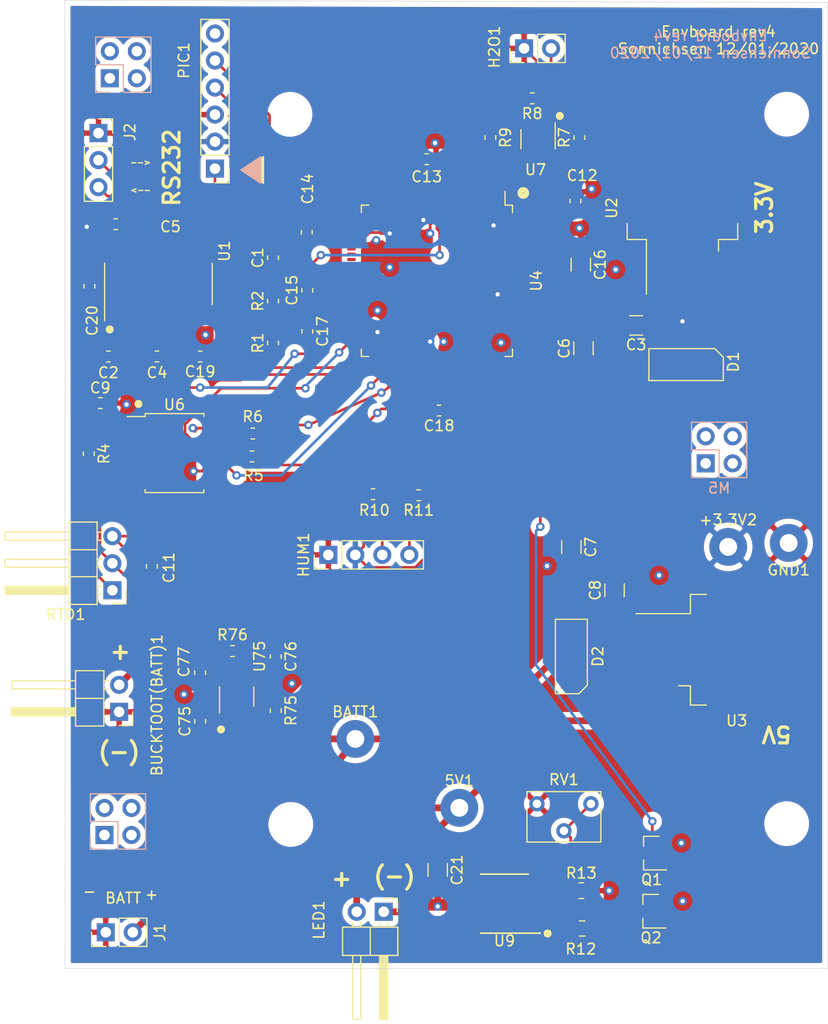
<source format=kicad_pcb>
(kicad_pcb (version 20171130) (host pcbnew "(5.1.7)-1")
  (title_block (title envboard) (date 2020-11-29) (rev 4) (comment 1 sonnichsen))
  (layers (0 F.Cu signal) (31 B.Cu signal) (34 B.Paste user) (35 F.Paste user) (36 B.SilkS user) (37 F.SilkS user) (38 B.Mask user) (39 F.Mask user) (44 Edge.Cuts user))
  (net 0 "")
  (net 1 MCLR)
  (net 2 PGD)
  (net 3 PGC)
  (net 4 +3V3)
  (net 5 GND)
  (net 6 "Net-(U4-Pad4)")
  (net 7 "Net-(C4-Pad2)")
  (net 8 "Net-(C4-Pad1)")
  (net 9 "Net-(C16-Pad2)")
  (net 10 "Net-(J2-Pad2)")
  (net 11 "Net-(J2-Pad3)")
  (net 12 "Net-(U4-Pad1)")
  (net 13 "Net-(U4-Pad3)")
  (net 14 "Net-(U4-Pad11)")
  (net 15 "Net-(U4-Pad14)")
  (net 16 "Net-(U4-Pad18)")
  (net 17 "Net-(U4-Pad19)")
  (net 18 "Net-(U4-Pad20)")
  (net 19 "Net-(U4-Pad21)")
  (net 20 "Net-(U4-Pad22)")
  (net 21 "Net-(U4-Pad23)")
  (net 22 "Net-(U4-Pad24)")
  (net 23 "Net-(U4-Pad25)")
  (net 24 "Net-(U4-Pad28)")
  (net 25 "Net-(U4-Pad29)")
  (net 26 "Net-(U4-Pad32)")
  (net 27 "Net-(U4-Pad33)")
  (net 28 "Net-(U4-Pad34)")
  (net 29 "Net-(U4-Pad35)")
  (net 30 "Net-(U4-Pad39)")
  (net 31 "Net-(U4-Pad40)")
  (net 32 "Net-(U4-Pad41)")
  (net 33 "Net-(U4-Pad42)")
  (net 34 "Net-(U4-Pad43)")
  (net 35 "Net-(U4-Pad44)")
  (net 36 "Net-(U4-Pad47)")
  (net 37 "Net-(U4-Pad48)")
  (net 38 "Net-(U4-Pad60)")
  (net 39 "Net-(U4-Pad61)")
  (net 40 "Net-(U4-Pad63)")
  (net 41 "Net-(U4-Pad64)")
  (net 42 "Net-(U4-Pad66)")
  (net 43 "Net-(U4-Pad67)")
  (net 44 "Net-(U4-Pad68)")
  (net 45 "Net-(U4-Pad69)")
  (net 46 "Net-(U4-Pad70)")
  (net 47 "Net-(U4-Pad71)")
  (net 48 "Net-(U4-Pad72)")
  (net 49 "Net-(U4-Pad73)")
  (net 50 "Net-(U4-Pad74)")
  (net 51 "Net-(U4-Pad78)")
  (net 52 "Net-(U4-Pad79)")
  (net 53 "Net-(U4-Pad80)")
  (net 54 "Net-(U4-Pad81)")
  (net 55 "Net-(U4-Pad82)")
  (net 56 "Net-(U4-Pad83)")
  (net 57 "Net-(U4-Pad84)")
  (net 58 "Net-(U4-Pad87)")
  (net 59 "Net-(U4-Pad88)")
  (net 60 "Net-(U4-Pad89)")
  (net 61 "Net-(U4-Pad90)")
  (net 62 "Net-(U4-Pad91)")
  (net 63 "Net-(U4-Pad92)")
  (net 64 "Net-(U4-Pad93)")
  (net 65 "Net-(U4-Pad94)")
  (net 66 "Net-(U4-Pad95)")
  (net 67 "Net-(U4-Pad96)")
  (net 68 "Net-(U4-Pad97)")
  (net 69 "Net-(U4-Pad98)")
  (net 70 "Net-(U4-Pad99)")
  (net 71 "Net-(U4-Pad100)")
  (net 72 "Net-(C2-Pad1)")
  (net 73 "Net-(C2-Pad2)")
  (net 74 "Net-(U1-Pad8)")
  (net 75 "Net-(U1-Pad10)")
  (net 76 "Net-(C19-Pad2)")
  (net 77 "Net-(C20-Pad1)")
  (net 78 PT5)
  (net 79 PR5)
  (net 80 "Net-(U4-Pad17)")
  (net 81 "Net-(U4-Pad38)")
  (net 82 "Net-(D1-Pad1)")
  (net 83 "Net-(U4-Pad8)")
  (net 84 "Net-(U4-Pad9)")
  (net 85 "Net-(U4-Pad58)")
  (net 86 "Net-(U4-Pad59)")
  (net 87 +5V)
  (net 88 "Net-(D2-Pad1)")
  (net 89 "Net-(C11-Pad1)")
  (net 90 "Net-(C11-Pad2)")
  (net 91 SCK1)
  (net 92 "Net-(R4-Pad2)")
  (net 93 "Net-(R4-Pad1)")
  (net 94 "Net-(R8-Pad2)")
  (net 95 SDA1)
  (net 96 SCL1)
  (net 97 H2O)
  (net 98 "Net-(RTD1-Pad1)")
  (net 99 "Net-(H2O1-Pad2)")
  (net 100 "Net-(PIC1-Pad1)")
  (net 101 "Net-(PIC1-Pad6)")
  (net 102 "Net-(U4-Pad6)")
  (net 103 "Net-(U4-Pad7)")
  (net 104 "Net-(U1-Pad7)")
  (net 105 "Net-(U1-Pad9)")
  (net 106 "Net-(LED1-Pad1)")
  (net 107 "Net-(R12-Pad1)")
  (net 108 "Net-(BUCKTOOT(BATT)1-Pad2)")
  (net 109 BATT)
  (net 110 "Net-(C76-Pad1)")
  (net 111 LED)
  (net 112 BUCK)
  (net 113 "Net-(R76-Pad1)")
  (net 114 "Net-(M1-Pad1)")
  (net 115 "Net-(M1-Pad2)")
  (net 116 "Net-(M1-Pad3)")
  (net 117 "Net-(M1-Pad4)")
  (net 118 "Net-(M2-Pad4)")
  (net 119 "Net-(M2-Pad3)")
  (net 120 "Net-(M2-Pad2)")
  (net 121 "Net-(M2-Pad1)")
  (net 122 "Net-(M5-Pad1)")
  (net 123 "Net-(M5-Pad2)")
  (net 124 "Net-(M5-Pad3)")
  (net 125 "Net-(M5-Pad4)")
  (net 126 \CS)
  (net 127 "Net-(U4-Pad10)")
  (net 128 "Net-(U4-Pad12)")
  (net 129 "Net-(Q1-Pad3)")
  (net 130 "Net-(U6-Pad20)")
  (net 131 MISO)
  (net 132 MOSI)
  (net 133 \DRDY)
  (module Connector_PinHeader_2.54mm:PinHeader_1x02_P2.54mm_Vertical (layer F.Cu) (at 120.6627 130.5687 90)
    (fp_text reference J1 (at 0 5.08 90) (layer F.SilkS))
    (fp_text value Conn_01x02)
    (pad 1 thru_hole rect (at 0 0 90) (size 1.7 1.7) (drill 1) (layers *.Cu *.Mask) (net 5 GND))
    (pad 2 thru_hole oval (at 0 2.54 90) (size 1.7 1.7) (drill 1) (layers *.Cu *.Mask) (net 109 BATT))
  )
  (module Connector_PinHeader_2.54mm:PinHeader_2x02_P2.54mm_Vertical (layer B.Cu) (at 177.1015 86.4997)
    (fp_text reference M5 (at 1.27 2.33) (layer B.SilkS) (effects (justify mirror)))
    (fp_text value Conn_02x02_Odd_Even)
    (pad 1 thru_hole rect (at 0 0) (size 1.7 1.7) (drill 1) (layers *.Cu *.Mask) (net 122 "Net-(M5-Pad1)"))
    (pad 2 thru_hole oval (at 2.54 0) (size 1.7 1.7) (drill 1) (layers *.Cu *.Mask) (net 123 "Net-(M5-Pad2)"))
    (pad 3 thru_hole oval (at 0 -2.54) (size 1.7 1.7) (drill 1) (layers *.Cu *.Mask) (net 124 "Net-(M5-Pad3)"))
    (pad 4 thru_hole oval (at 2.54 -2.54) (size 1.7 1.7) (drill 1) (layers *.Cu *.Mask) (net 125 "Net-(M5-Pad4)"))
  )
  (module MountingHole:MountingHole_3.2mm_M3 (layer B.Cu) (at 137.9947 53.69656 180)
    (fp_text reference h3 hide)
    (fp_text value MountingHole_3.2mm_M3)
    (pad 1 np_thru_hole circle (at 0 0 180) (size 3.2 3.2) (drill 3.2) (layers *.Cu *.Mask))
  )
  (module Connector_PinHeader_2.54mm:PinHeader_2x02_P2.54mm_Vertical (layer B.Cu) (at 120.5357 121.4247)
    (fp_text reference M1 hide)
    (fp_text value Conn_02x02_Odd_Even hide)
    (pad 1 thru_hole rect (at 0 0) (size 1.7 1.7) (drill 1) (layers *.Cu *.Mask) (net 114 "Net-(M1-Pad1)"))
    (pad 2 thru_hole oval (at 2.54 0) (size 1.7 1.7) (drill 1) (layers *.Cu *.Mask) (net 115 "Net-(M1-Pad2)"))
    (pad 3 thru_hole oval (at 0 -2.54) (size 1.7 1.7) (drill 1) (layers *.Cu *.Mask) (net 116 "Net-(M1-Pad3)"))
    (pad 4 thru_hole oval (at 2.54 -2.54) (size 1.7 1.7) (drill 1) (layers *.Cu *.Mask) (net 117 "Net-(M1-Pad4)"))
  )
  (module Connector_PinHeader_2.54mm:PinHeader_2x02_P2.54mm_Vertical (layer B.Cu) (at 121.0437 50.3047)
    (fp_text reference M2 hide)
    (fp_text value Conn_02x02_Odd_Even hide)
    (pad 4 thru_hole oval (at 2.54 -2.54) (size 1.7 1.7) (drill 1) (layers *.Cu *.Mask) (net 118 "Net-(M2-Pad4)"))
    (pad 3 thru_hole oval (at 0 -2.54) (size 1.7 1.7) (drill 1) (layers *.Cu *.Mask) (net 119 "Net-(M2-Pad3)"))
    (pad 2 thru_hole oval (at 2.54 0) (size 1.7 1.7) (drill 1) (layers *.Cu *.Mask) (net 120 "Net-(M2-Pad2)"))
    (pad 1 thru_hole rect (at 0 0) (size 1.7 1.7) (drill 1) (layers *.Cu *.Mask) (net 121 "Net-(M2-Pad1)"))
  )
  (module Connector_PinSocket_2.54mm:PinSocket_1x03_P2.54mm_Vertical (layer F.Cu) (at 119.9769 55.4609)
    (fp_text reference J2 (at 2.9591 -0.0889 90) (layer F.SilkS))
    (fp_text value Conn_01x03)
    (pad 3 thru_hole oval (at 0 5.08) (size 1.7 1.7) (drill 1) (layers *.Cu *.Mask) (net 11 "Net-(J2-Pad3)"))
    (pad 2 thru_hole oval (at 0 2.54) (size 1.7 1.7) (drill 1) (layers *.Cu *.Mask) (net 10 "Net-(J2-Pad2)"))
    (pad 1 thru_hole rect (at 0 0) (size 1.7 1.7) (drill 1) (layers *.Cu *.Mask) (net 5 GND))
  )
  (module Connector_PinHeader_2.54mm:PinHeader_1x06_P2.54mm_Vertical (layer F.Cu) (at 130.937 58.801 180)
    (fp_text reference PIC1 (at 2.921 10.16 90) (layer F.SilkS))
    (fp_text value Conn_01x06)
    (pad 1 thru_hole rect (at 0 0 180) (size 1.7 1.7) (drill 1) (layers *.Cu *.Mask) (net 100 "Net-(PIC1-Pad1)"))
    (pad 2 thru_hole oval (at 0 2.54 180) (size 1.7 1.7) (drill 1) (layers *.Cu *.Mask) (net 4 +3V3))
    (pad 3 thru_hole oval (at 0 5.08 180) (size 1.7 1.7) (drill 1) (layers *.Cu *.Mask) (net 5 GND))
    (pad 4 thru_hole oval (at 0 7.62 180) (size 1.7 1.7) (drill 1) (layers *.Cu *.Mask) (net 2 PGD))
    (pad 5 thru_hole oval (at 0 10.16 180) (size 1.7 1.7) (drill 1) (layers *.Cu *.Mask) (net 3 PGC))
    (pad 6 thru_hole oval (at 0 12.7 180) (size 1.7 1.7) (drill 1) (layers *.Cu *.Mask) (net 101 "Net-(PIC1-Pad6)"))
  )
  (module whoi:post_small (layer F.Cu) (at 184.912 93.98 180)
    (fp_text reference GND1 (at 0 -2.54) (layer F.SilkS))
    (fp_text value TestPoint)
    (pad 1 thru_hole circle (at 0 0 180) (size 3.556 3.556) (drill 1.6764) (layers *.Cu *.Mask) (net 5 GND))
  )
  (module whoi:post_small (layer F.Cu) (at 179.2224 94.3483)
    (fp_text reference +3.3V2 (at 0 -2.54) (layer F.SilkS))
    (fp_text value TestPoint)
    (pad 1 thru_hole circle (at 0 0) (size 3.556 3.556) (drill 1.6764) (layers *.Cu *.Mask) (net 4 +3V3))
  )
  (module whoi:403D (layer F.Cu) (at 175.26 77.216 180)
    (fp_text reference D1 (at -4.445 0.254 270) (layer F.SilkS))
    (fp_text value MBRA130)
    (pad 1 smd rect (at -2 0 180) (size 2 2) (layers F.Cu F.Paste F.Mask) (net 82 "Net-(D1-Pad1)"))
    (pad 2 smd rect (at 2 0 180) (size 2 2) (layers F.Cu F.Paste F.Mask) (net 109 BATT))
  )
  (module Package_TO_SOT_SMD:TO-263-3_TabPin2 (layer F.Cu) (at 174.9171 62.5094 90)
    (fp_text reference U2 (at 0 -6.65 90) (layer F.SilkS))
    (fp_text value LM1084-3.3)
    (pad 1 smd rect (at -5.775 -2.54 90) (size 4.6 1.1) (layers F.Cu F.Paste F.Mask) (net 5 GND))
    (pad 2 smd rect (at -5.775 0 90) (size 4.6 1.1) (layers F.Cu F.Paste F.Mask) (net 4 +3V3))
    (pad 3 smd rect (at -5.775 2.54 90) (size 4.6 1.1) (layers F.Cu F.Paste F.Mask) (net 82 "Net-(D1-Pad1)"))
    (pad 2 smd rect (at 3.375 0 90) (size 9.4 10.8) (layers F.Cu F.Mask) (net 4 +3V3))
  )
  (module whoi:403D (layer F.Cu) (at 164.465 104.648 90)
    (fp_text reference D2 (at 0 2.5 90) (layer F.SilkS))
    (fp_text value MBRA130)
    (pad 1 smd rect (at -2 0 90) (size 2 2) (layers F.Cu F.Paste F.Mask) (net 88 "Net-(D2-Pad1)"))
    (pad 2 smd rect (at 2 0 90) (size 2 2) (layers F.Cu F.Paste F.Mask) (net 109 BATT))
  )
  (module Package_TO_SOT_SMD:TO-263-3_TabPin2 (layer F.Cu) (at 178.616 104.013)
    (fp_text reference U3 (at 1.4065 6.6802) (layer F.SilkS))
    (fp_text value LM1084-5.0)
    (pad 1 smd rect (at -5.775 -2.54) (size 4.6 1.1) (layers F.Cu F.Paste F.Mask) (net 5 GND))
    (pad 2 smd rect (at -5.775 0) (size 4.6 1.1) (layers F.Cu F.Paste F.Mask) (net 87 +5V))
    (pad 3 smd rect (at -5.775 2.54) (size 4.6 1.1) (layers F.Cu F.Paste F.Mask) (net 88 "Net-(D2-Pad1)"))
    (pad 2 smd rect (at 3.375 0) (size 9.4 10.8) (layers F.Cu F.Mask) (net 87 +5V))
  )
  (module Package_TO_SOT_SMD:SOT-23-5 (layer F.Cu) (at 161.330999 56.043001 270)
    (fp_text reference U7 (at 2.856999 0.230999 180) (layer F.SilkS))
    (fp_text value TL331)
    (pad 1 smd rect (at -1.1 -0.95 270) (size 1.06 0.65) (layers F.Cu F.Paste F.Mask) (net 99 "Net-(H2O1-Pad2)"))
    (pad 2 smd rect (at -1.1 0 270) (size 1.06 0.65) (layers F.Cu F.Paste F.Mask) (net 5 GND))
    (pad 3 smd rect (at -1.1 0.95 270) (size 1.06 0.65) (layers F.Cu F.Paste F.Mask) (net 94 "Net-(R8-Pad2)"))
    (pad 4 smd rect (at 1.1 0.95 270) (size 1.06 0.65) (layers F.Cu F.Paste F.Mask) (net 97 H2O))
    (pad 5 smd rect (at 1.1 -0.95 270) (size 1.06 0.65) (layers F.Cu F.Paste F.Mask) (net 4 +3V3))
  )
  (module MountingHole:MountingHole_3.2mm_M3 (layer B.Cu) (at 138.0709 120.4299 180)
    (fp_text reference h1 hide)
    (fp_text value MountingHole_3.2mm_M3 hide)
    (pad 1 np_thru_hole circle (at 0 0 180) (size 3.2 3.2) (drill 3.2) (layers *.Cu *.Mask))
  )
  (module MountingHole:MountingHole_3.2mm_M3 (layer B.Cu) (at 184.722 120.36386 180)
    (fp_text reference h2 hide)
    (fp_text value MountingHole_3.2mm_M3)
    (pad 1 np_thru_hole circle (at 0 0 180) (size 3.2 3.2) (drill 3.2) (layers *.Cu *.Mask))
  )
  (module MountingHole:MountingHole_3.2mm_M3 (layer B.Cu) (at 184.722 53.68386 180)
    (fp_text reference h4 hide)
    (fp_text value MountingHole_3.2mm_M3 hide)
    (pad 1 np_thru_hole circle (at 0 0 180) (size 3.2 3.2) (drill 3.2) (layers *.Cu *.Mask))
  )
  (module Connector_PinHeader_2.54mm:PinHeader_1x02_P2.54mm_Horizontal (layer F.Cu) (at 146.812 128.642099 270)
    (fp_text reference LED1 (at 0.770901 6.096 90) (layer F.SilkS))
    (fp_text value Conn_01x02)
    (pad 1 thru_hole rect (at 0 0 270) (size 1.7 1.7) (drill 1) (layers *.Cu *.Mask) (net 106 "Net-(LED1-Pad1)"))
    (pad 2 thru_hole oval (at 0 2.54 270) (size 1.7 1.7) (drill 1) (layers *.Cu *.Mask) (net 87 +5V))
  )
  (module Package_SO:TSSOP-16-1EP_4.4x5mm_P0.65mm (layer F.Cu) (at 158.1755 127.8271 180)
    (fp_text reference U9 (at 0 -3.55) (layer F.SilkS))
    (fp_text value LT3083)
    (pad 17 smd rect (at -0.735 -1.3425 180) (size 1.47 0.895) (layers F.Cu F.Paste F.Mask))
    (pad 17 smd rect (at -0.735 -0.4475 180) (size 1.47 0.895) (layers F.Cu F.Paste F.Mask))
    (pad 17 smd rect (at -0.735 0.4475 180) (size 1.47 0.895) (layers F.Cu F.Paste F.Mask))
    (pad 17 smd rect (at -0.735 1.3425 180) (size 1.47 0.895) (layers F.Cu F.Paste F.Mask))
    (pad 17 smd rect (at 0.735 -1.3425 180) (size 1.47 0.895) (layers F.Cu F.Paste F.Mask))
    (pad 17 smd rect (at 0.735 -0.4475 180) (size 1.47 0.895) (layers F.Cu F.Paste F.Mask))
    (pad 17 smd rect (at 0.735 0.4475 180) (size 1.47 0.895) (layers F.Cu F.Paste F.Mask))
    (pad 17 smd rect (at 0.735 1.3425 180) (size 1.47 0.895) (layers F.Cu F.Paste F.Mask))
    (pad 16 smd rect (at 2.775 -2.275 180) (size 1.05 0.45) (layers F.Cu F.Paste F.Mask) (net 107 "Net-(R12-Pad1)"))
    (pad 15 smd rect (at 2.775 -1.625 180) (size 1.05 0.45) (layers F.Cu F.Paste F.Mask) (net 106 "Net-(LED1-Pad1)"))
    (pad 14 smd rect (at 2.775 -0.975 180) (size 1.05 0.45) (layers F.Cu F.Paste F.Mask) (net 106 "Net-(LED1-Pad1)"))
    (pad 13 smd rect (at 2.775 -0.325 180) (size 1.05 0.45) (layers F.Cu F.Paste F.Mask) (net 106 "Net-(LED1-Pad1)"))
    (pad 12 smd rect (at 2.775 0.325 180) (size 1.05 0.45) (layers F.Cu F.Paste F.Mask) (net 106 "Net-(LED1-Pad1)"))
    (pad 11 smd rect (at 2.775 0.975 180) (size 1.05 0.45) (layers F.Cu F.Paste F.Mask) (net 87 +5V))
    (pad 10 smd rect (at 2.775 1.625 180) (size 1.05 0.45) (layers F.Cu F.Paste F.Mask) (net 87 +5V))
    (pad 9 smd rect (at 2.775 2.275 180) (size 1.05 0.45) (layers F.Cu F.Paste F.Mask) (net 107 "Net-(R12-Pad1)"))
    (pad 8 smd rect (at -2.775 2.275 180) (size 1.05 0.45) (layers F.Cu F.Paste F.Mask) (net 107 "Net-(R12-Pad1)"))
    (pad 7 smd rect (at -2.775 1.625 180) (size 1.05 0.45) (layers F.Cu F.Paste F.Mask) (net 129 "Net-(Q1-Pad3)"))
    (pad 6 smd rect (at -2.775 0.975 180) (size 1.05 0.45) (layers F.Cu F.Paste F.Mask) (net 107 "Net-(R12-Pad1)"))
    (pad 5 smd rect (at -2.775 0.325 180) (size 1.05 0.45) (layers F.Cu F.Paste F.Mask) (net 107 "Net-(R12-Pad1)"))
    (pad 4 smd rect (at -2.775 -0.325 180) (size 1.05 0.45) (layers F.Cu F.Paste F.Mask) (net 107 "Net-(R12-Pad1)"))
    (pad 3 smd rect (at -2.775 -0.975 180) (size 1.05 0.45) (layers F.Cu F.Paste F.Mask) (net 107 "Net-(R12-Pad1)"))
    (pad 2 smd rect (at -2.775 -1.625 180) (size 1.05 0.45) (layers F.Cu F.Paste F.Mask) (net 107 "Net-(R12-Pad1)"))
    (pad 1 smd rect (at -2.775 -2.275 180) (size 1.05 0.45) (layers F.Cu F.Paste F.Mask) (net 107 "Net-(R12-Pad1)"))
  )
  (module Connector_PinHeader_2.54mm:PinHeader_1x02_P2.54mm_Horizontal (layer F.Cu) (at 121.92 109.855 180)
    (fp_text reference "BUCKTOOT(BATT)1" (at -3.556 0.635 90) (layer F.SilkS))
    (fp_text value Conn_01x02)
    (pad 1 thru_hole rect (at 0 0 180) (size 1.7 1.7) (drill 1) (layers *.Cu *.Mask) (net 5 GND))
    (pad 2 thru_hole oval (at 0 2.54 180) (size 1.7 1.7) (drill 1) (layers *.Cu *.Mask) (net 108 "Net-(BUCKTOOT(BATT)1-Pad2)"))
  )
  (module Package_TO_SOT_SMD:SOT-23-6 (layer F.Cu) (at 132.977001 108.404999 90)
    (fp_text reference U75 (at 3.756999 2.150999 90) (layer F.SilkS))
    (fp_text value TPS22810)
    (pad 1 smd rect (at -1.1 -0.95 90) (size 1.06 0.65) (layers F.Cu F.Paste F.Mask) (net 109 BATT))
    (pad 2 smd rect (at -1.1 0 90) (size 1.06 0.65) (layers F.Cu F.Paste F.Mask) (net 5 GND))
    (pad 3 smd rect (at -1.1 0.95 90) (size 1.06 0.65) (layers F.Cu F.Paste F.Mask) (net 112 BUCK))
    (pad 4 smd rect (at 1.1 0.95 90) (size 1.06 0.65) (layers F.Cu F.Paste F.Mask) (net 110 "Net-(C76-Pad1)"))
    (pad 6 smd rect (at 1.1 -0.95 90) (size 1.06 0.65) (layers F.Cu F.Paste F.Mask) (net 108 "Net-(BUCKTOOT(BATT)1-Pad2)"))
    (pad 5 smd rect (at 1.1 0 90) (size 1.06 0.65) (layers F.Cu F.Paste F.Mask) (net 113 "Net-(R76-Pad1)"))
  )
  (module Connector_PinHeader_2.54mm:PinHeader_1x02_P2.54mm_Vertical (layer F.Cu) (at 160.02 47.498 90)
    (fp_text reference H2O1 (at 0.127 -2.794 90) (layer F.SilkS))
    (fp_text value Conn_01x02)
    (pad 1 thru_hole rect (at 0 0 90) (size 1.7 1.7) (drill 1) (layers *.Cu *.Mask) (net 5 GND))
    (pad 2 thru_hole oval (at 0 2.54 90) (size 1.7 1.7) (drill 1) (layers *.Cu *.Mask) (net 99 "Net-(H2O1-Pad2)"))
  )
  (module Connector_PinHeader_2.54mm:PinHeader_1x04_P2.54mm_Vertical (layer F.Cu) (at 141.6 95.1 90)
    (fp_text reference HUM1 (at 0 -2.33 90) (layer F.SilkS))
    (fp_text value SPARKSi7021)
    (pad 1 thru_hole rect (at 0 0 90) (size 1.7 1.7) (drill 1) (layers *.Cu *.Mask) (net 5 GND))
    (pad 2 thru_hole oval (at 0 2.54 90) (size 1.7 1.7) (drill 1) (layers *.Cu *.Mask) (net 4 +3V3))
    (pad 3 thru_hole oval (at 0 5.08 90) (size 1.7 1.7) (drill 1) (layers *.Cu *.Mask) (net 95 SDA1))
    (pad 4 thru_hole oval (at 0 7.62 90) (size 1.7 1.7) (drill 1) (layers *.Cu *.Mask) (net 96 SCL1))
  )
  (module whoi:post_small (layer F.Cu) (at 144.145 112.395)
    (fp_text reference BATT1 (at 0 -2.54) (layer F.SilkS))
    (fp_text value TestPoint)
    (pad 1 thru_hole circle (at 0 0) (size 3.556 3.556) (drill 1.6764) (layers *.Cu *.Mask) (net 109 BATT))
  )
  (module whoi:post_small (layer F.Cu) (at 153.924 118.872)
    (fp_text reference 5V1 (at 0 -2.54) (layer F.SilkS))
    (fp_text value TestPoint)
    (pad 1 thru_hole circle (at 0 0) (size 3.556 3.556) (drill 1.6764) (layers *.Cu *.Mask) (net 87 +5V))
  )
  (module Capacitor_SMD:C_0603_1608Metric_Pad1.05x0.95mm_HandSolder (layer F.Cu) (at 136.398 67.183 90)
    (fp_text reference C1 (at 0 -1.43 90) (layer F.SilkS))
    (fp_text value 0.1uF)
    (pad 2 smd roundrect (at 0.875 0 90) (size 1.05 0.95) (layers F.Cu F.Paste F.Mask) (net 5 GND))
    (pad 1 smd roundrect (at -0.875 0 90) (size 1.05 0.95) (layers F.Cu F.Paste F.Mask) (net 1 MCLR))
  )
  (module Capacitor_SMD:C_0603_1608Metric_Pad1.05x0.95mm_HandSolder (layer F.Cu) (at 164.846 61.849 270)
    (fp_text reference C12 (at -2.399 -0.635) (layer F.SilkS))
    (fp_text value 0.1uF)
    (pad 2 smd roundrect (at 0.875 0 270) (size 1.05 0.95) (layers F.Cu F.Paste F.Mask) (net 4 +3V3))
    (pad 1 smd roundrect (at -0.875 0 270) (size 1.05 0.95) (layers F.Cu F.Paste F.Mask) (net 5 GND))
  )
  (module Capacitor_SMD:C_0603_1608Metric_Pad1.05x0.95mm_HandSolder (layer F.Cu) (at 150.8608 57.912 180)
    (fp_text reference C13 (at 0 -1.651) (layer F.SilkS))
    (fp_text value 0.1uF)
    (pad 2 smd roundrect (at 0.875 0 180) (size 1.05 0.95) (layers F.Cu F.Paste F.Mask) (net 4 +3V3))
    (pad 1 smd roundrect (at -0.875 0 180) (size 1.05 0.95) (layers F.Cu F.Paste F.Mask) (net 5 GND))
  )
  (module Capacitor_SMD:C_0603_1608Metric_Pad1.05x0.95mm_HandSolder (layer F.Cu) (at 139.573 64.77 90)
    (fp_text reference C14 (at 4.064 0.0762 90) (layer F.SilkS))
    (fp_text value 0.1uF)
    (pad 1 smd roundrect (at -0.875 0 90) (size 1.05 0.95) (layers F.Cu F.Paste F.Mask) (net 5 GND))
    (pad 2 smd roundrect (at 0.875 0 90) (size 1.05 0.95) (layers F.Cu F.Paste F.Mask) (net 4 +3V3))
  )
  (module Capacitor_SMD:C_0603_1608Metric_Pad1.05x0.95mm_HandSolder (layer F.Cu) (at 139.6238 70.231 270)
    (fp_text reference C15 (at 0 1.4478 90) (layer F.SilkS))
    (fp_text value 0.1uF)
    (pad 1 smd roundrect (at -0.875 0 270) (size 1.05 0.95) (layers F.Cu F.Paste F.Mask) (net 5 GND))
    (pad 2 smd roundrect (at 0.875 0 270) (size 1.05 0.95) (layers F.Cu F.Paste F.Mask) (net 4 +3V3))
  )
  (module Capacitor_SMD:C_0603_1608Metric_Pad1.05x0.95mm_HandSolder (layer F.Cu) (at 139.6238 74.102 270)
    (fp_text reference C17 (at 0 -1.43 90) (layer F.SilkS))
    (fp_text value 0.1uF)
    (pad 1 smd roundrect (at -0.875 0 270) (size 1.05 0.95) (layers F.Cu F.Paste F.Mask) (net 5 GND))
    (pad 2 smd roundrect (at 0.875 0 270) (size 1.05 0.95) (layers F.Cu F.Paste F.Mask) (net 4 +3V3))
  )
  (module Capacitor_SMD:C_0603_1608Metric_Pad1.05x0.95mm_HandSolder (layer F.Cu) (at 152.019 81.534 180)
    (fp_text reference C18 (at 0 -1.43) (layer F.SilkS))
    (fp_text value 0.1uF)
    (pad 1 smd roundrect (at -0.875 0 180) (size 1.05 0.95) (layers F.Cu F.Paste F.Mask) (net 5 GND))
    (pad 2 smd roundrect (at 0.875 0 180) (size 1.05 0.95) (layers F.Cu F.Paste F.Mask) (net 4 +3V3))
  )
  (module Resistor_SMD:R_0603_1608Metric_Pad1.05x0.95mm_HandSolder (layer F.Cu) (at 136.398 75.184 90)
    (fp_text reference R1 (at 0 -1.43 90) (layer F.SilkS))
    (fp_text value 10K)
    (pad 2 smd roundrect (at 0.875 0 90) (size 1.05 0.95) (layers F.Cu F.Paste F.Mask) (net 1 MCLR))
    (pad 1 smd roundrect (at -0.875 0 90) (size 1.05 0.95) (layers F.Cu F.Paste F.Mask) (net 4 +3V3))
  )
  (module Resistor_SMD:R_0603_1608Metric_Pad1.05x0.95mm_HandSolder (layer F.Cu) (at 136.398 71.247 90)
    (fp_text reference R2 (at 0 -1.43 90) (layer F.SilkS))
    (fp_text value 470)
    (pad 2 smd roundrect (at 0.875 0 90) (size 1.05 0.95) (layers F.Cu F.Paste F.Mask) (net 1 MCLR))
    (pad 1 smd roundrect (at -0.875 0 90) (size 1.05 0.95) (layers F.Cu F.Paste F.Mask) (net 100 "Net-(PIC1-Pad1)"))
  )
  (module Resistor_SMD:R_0603_1608Metric_Pad1.05x0.95mm_HandSolder (layer F.Cu) (at 136.652 109.728 270)
    (fp_text reference R75 (at 0 -1.43 90) (layer F.SilkS))
    (fp_text value 10K)
    (pad 1 smd roundrect (at -0.875 0 270) (size 1.05 0.95) (layers F.Cu F.Paste F.Mask) (net 5 GND))
    (pad 2 smd roundrect (at 0.875 0 270) (size 1.05 0.95) (layers F.Cu F.Paste F.Mask) (net 112 BUCK))
  )
  (module Resistor_SMD:R_0603_1608Metric_Pad1.05x0.95mm_HandSolder (layer F.Cu) (at 132.588 104.14 180)
    (fp_text reference R76 (at 0 1.524) (layer F.SilkS))
    (fp_text value 10K)
    (pad 1 smd roundrect (at -0.875 0 180) (size 1.05 0.95) (layers F.Cu F.Paste F.Mask) (net 113 "Net-(R76-Pad1)"))
    (pad 2 smd roundrect (at 0.875 0 180) (size 1.05 0.95) (layers F.Cu F.Paste F.Mask) (net 108 "Net-(BUCKTOOT(BATT)1-Pad2)"))
  )
  (module Resistor_SMD:R_0603_1608Metric_Pad1.05x0.95mm_HandSolder (layer F.Cu) (at 129.54 110.744 90)
    (fp_text reference C75 (at 0 -1.43 90) (layer F.SilkS))
    (fp_text value 1uF)
    (pad 1 smd roundrect (at -0.875 0 90) (size 1.05 0.95) (layers F.Cu F.Paste F.Mask) (net 109 BATT))
    (pad 2 smd roundrect (at 0.875 0 90) (size 1.05 0.95) (layers F.Cu F.Paste F.Mask) (net 5 GND))
  )
  (module Resistor_SMD:R_0603_1608Metric_Pad1.05x0.95mm_HandSolder (layer F.Cu) (at 136.652 104.648 270)
    (fp_text reference C76 (at 0 -1.43 90) (layer F.SilkS))
    (fp_text value 0.01uF)
    (pad 2 smd roundrect (at 0.875 0 270) (size 1.05 0.95) (layers F.Cu F.Paste F.Mask) (net 5 GND))
    (pad 1 smd roundrect (at -0.875 0 270) (size 1.05 0.95) (layers F.Cu F.Paste F.Mask) (net 110 "Net-(C76-Pad1)"))
  )
  (module Resistor_SMD:R_0603_1608Metric_Pad1.05x0.95mm_HandSolder (layer F.Cu) (at 129.54 106.172 270)
    (fp_text reference C77 (at -1.016 1.524 90) (layer F.SilkS))
    (fp_text value 0.1uF)
    (pad 1 smd roundrect (at -0.875 0 270) (size 1.05 0.95) (layers F.Cu F.Paste F.Mask) (net 108 "Net-(BUCKTOOT(BATT)1-Pad2)"))
    (pad 2 smd roundrect (at 0.875 0 270) (size 1.05 0.95) (layers F.Cu F.Paste F.Mask) (net 5 GND))
  )
  (module Package_SO:SOIC-16_3.9x9.9mm_P1.27mm (layer F.Cu) (at 125.61316 69.64172 90)
    (fp_text reference U1 (at 3.09372 6.21284 90) (layer F.SilkS))
    (fp_text value MAX3232CSE)
    (pad 1 smd roundrect (at -2.475 -4.445 90) (size 1.95 0.6) (layers F.Cu F.Paste F.Mask) (net 72 "Net-(C2-Pad1)"))
    (pad 2 smd roundrect (at -2.475 -3.175 90) (size 1.95 0.6) (layers F.Cu F.Paste F.Mask) (net 77 "Net-(C20-Pad1)"))
    (pad 3 smd roundrect (at -2.475 -1.905 90) (size 1.95 0.6) (layers F.Cu F.Paste F.Mask) (net 73 "Net-(C2-Pad2)"))
    (pad 4 smd roundrect (at -2.475 -0.635 90) (size 1.95 0.6) (layers F.Cu F.Paste F.Mask) (net 8 "Net-(C4-Pad1)"))
    (pad 5 smd roundrect (at -2.475 0.635 90) (size 1.95 0.6) (layers F.Cu F.Paste F.Mask) (net 7 "Net-(C4-Pad2)"))
    (pad 6 smd roundrect (at -2.475 1.905 90) (size 1.95 0.6) (layers F.Cu F.Paste F.Mask) (net 76 "Net-(C19-Pad2)"))
    (pad 7 smd roundrect (at -2.475 3.175 90) (size 1.95 0.6) (layers F.Cu F.Paste F.Mask) (net 104 "Net-(U1-Pad7)"))
    (pad 8 smd roundrect (at -2.475 4.445 90) (size 1.95 0.6) (layers F.Cu F.Paste F.Mask) (net 74 "Net-(U1-Pad8)"))
    (pad 9 smd roundrect (at 2.475 4.445 90) (size 1.95 0.6) (layers F.Cu F.Paste F.Mask) (net 105 "Net-(U1-Pad9)"))
    (pad 10 smd roundrect (at 2.475 3.175 90) (size 1.95 0.6) (layers F.Cu F.Paste F.Mask) (net 75 "Net-(U1-Pad10)"))
    (pad 11 smd roundrect (at 2.475 1.905 90) (size 1.95 0.6) (layers F.Cu F.Paste F.Mask) (net 78 PT5))
    (pad 12 smd roundrect (at 2.475 0.635 90) (size 1.95 0.6) (layers F.Cu F.Paste F.Mask) (net 79 PR5))
    (pad 13 smd roundrect (at 2.475 -0.635 90) (size 1.95 0.6) (layers F.Cu F.Paste F.Mask) (net 10 "Net-(J2-Pad2)"))
    (pad 14 smd roundrect (at 2.475 -1.905 90) (size 1.95 0.6) (layers F.Cu F.Paste F.Mask) (net 11 "Net-(J2-Pad3)"))
    (pad 15 smd roundrect (at 2.475 -3.175 90) (size 1.95 0.6) (layers F.Cu F.Paste F.Mask) (net 5 GND))
    (pad 16 smd roundrect (at 2.475 -4.445 90) (size 1.95 0.6) (layers F.Cu F.Paste F.Mask) (net 4 +3V3))
  )
  (module Capacitor_SMD:C_0603_1608Metric_Pad1.05x0.95mm_HandSolder (layer F.Cu) (at 120.904 76.454)
    (fp_text reference C2 (at 0 1.524) (layer F.SilkS))
    (fp_text value 0.1uF)
    (pad 2 smd roundrect (at 0.875 0) (size 1.05 0.95) (layers F.Cu F.Paste F.Mask) (net 73 "Net-(C2-Pad2)"))
    (pad 1 smd roundrect (at -0.875 0) (size 1.05 0.95) (layers F.Cu F.Paste F.Mask) (net 72 "Net-(C2-Pad1)"))
  )
  (module Capacitor_SMD:C_0603_1608Metric_Pad1.05x0.95mm_HandSolder (layer F.Cu) (at 119.126 69.85 90)
    (fp_text reference C20 (at -3.23088 0.254 90) (layer F.SilkS))
    (fp_text value 0.1uF)
    (pad 2 smd roundrect (at 0.875 0 90) (size 1.05 0.95) (layers F.Cu F.Paste F.Mask) (net 5 GND))
    (pad 1 smd roundrect (at -0.875 0 90) (size 1.05 0.95) (layers F.Cu F.Paste F.Mask) (net 77 "Net-(C20-Pad1)"))
  )
  (module Capacitor_SMD:C_0603_1608Metric_Pad1.05x0.95mm_HandSolder (layer F.Cu) (at 125.476 76.454)
    (fp_text reference C4 (at 0 1.524) (layer F.SilkS))
    (fp_text value 0.1uF)
    (pad 1 smd roundrect (at -0.875 0) (size 1.05 0.95) (layers F.Cu F.Paste F.Mask) (net 8 "Net-(C4-Pad1)"))
    (pad 2 smd roundrect (at 0.875 0) (size 1.05 0.95) (layers F.Cu F.Paste F.Mask) (net 7 "Net-(C4-Pad2)"))
  )
  (module Capacitor_SMD:C_0603_1608Metric_Pad1.05x0.95mm_HandSolder (layer F.Cu) (at 129.54 76.454 180)
    (fp_text reference C19 (at 0 -1.43) (layer F.SilkS))
    (fp_text value 0.1uF)
    (pad 1 smd roundrect (at -0.875 0 180) (size 1.05 0.95) (layers F.Cu F.Paste F.Mask) (net 5 GND))
    (pad 2 smd roundrect (at 0.875 0 180) (size 1.05 0.95) (layers F.Cu F.Paste F.Mask) (net 76 "Net-(C19-Pad2)"))
  )
  (module Capacitor_SMD:C_0603_1608Metric_Pad1.05x0.95mm_HandSolder (layer F.Cu) (at 121.60264 64.01816)
    (fp_text reference C5 (at 5.14336 0.24384) (layer F.SilkS))
    (fp_text value 0.1uF)
    (pad 1 smd roundrect (at -0.875 0) (size 1.05 0.95) (layers F.Cu F.Paste F.Mask) (net 4 +3V3))
    (pad 2 smd roundrect (at 0.875 0) (size 1.05 0.95) (layers F.Cu F.Paste F.Mask) (net 5 GND))
  )
  (module Capacitor_SMD:C_0603_1608Metric_Pad1.05x0.95mm_HandSolder (layer F.Cu) (at 120.142 80.8355)
    (fp_text reference C9 (at 0 -1.43) (layer F.SilkS))
    (fp_text value 0.1uF)
    (pad 2 smd roundrect (at 0.875 0) (size 1.05 0.95) (layers F.Cu F.Paste F.Mask) (net 5 GND))
    (pad 1 smd roundrect (at -0.875 0) (size 1.05 0.95) (layers F.Cu F.Paste F.Mask) (net 4 +3V3))
  )
  (module Capacitor_SMD:C_0603_1608Metric_Pad1.05x0.95mm_HandSolder (layer F.Cu) (at 125 96.175 270)
    (fp_text reference C11 (at 0.125 -1.6 90) (layer F.SilkS))
    (fp_text value 0.1uF)
    (pad 1 smd roundrect (at -0.875 0 270) (size 1.05 0.95) (layers F.Cu F.Paste F.Mask) (net 89 "Net-(C11-Pad1)"))
    (pad 2 smd roundrect (at 0.875 0 270) (size 1.05 0.95) (layers F.Cu F.Paste F.Mask) (net 90 "Net-(C11-Pad2)"))
  )
  (module Resistor_SMD:R_0603_1608Metric_Pad1.05x0.95mm_HandSolder (layer F.Cu) (at 119.0625 85.598 270)
    (fp_text reference R4 (at 0 -1.43 90) (layer F.SilkS))
    (fp_text value 4K)
    (pad 1 smd roundrect (at -0.875 0 270) (size 1.05 0.95) (layers F.Cu F.Paste F.Mask) (net 93 "Net-(R4-Pad1)"))
    (pad 2 smd roundrect (at 0.875 0 270) (size 1.05 0.95) (layers F.Cu F.Paste F.Mask) (net 92 "Net-(R4-Pad2)"))
  )
  (module Resistor_SMD:R_0603_1608Metric_Pad1.05x0.95mm_HandSolder (layer F.Cu) (at 134.4295 85.852)
    (fp_text reference R5 (at 0.127 1.778) (layer F.SilkS))
    (fp_text value 10K)
    (pad 2 smd roundrect (at 0.875 0) (size 1.05 0.95) (layers F.Cu F.Paste F.Mask) (net 4 +3V3))
    (pad 1 smd roundrect (at -0.875 0) (size 1.05 0.95) (layers F.Cu F.Paste F.Mask) (net 91 SCK1))
  )
  (module Resistor_SMD:R_0603_1608Metric_Pad1.05x0.95mm_HandSolder (layer F.Cu) (at 134.493 83.693)
    (fp_text reference R6 (at 0 -1.5875) (layer F.SilkS))
    (fp_text value 10K)
    (pad 1 smd roundrect (at -0.875 0) (size 1.05 0.95) (layers F.Cu F.Paste F.Mask) (net 131 MISO))
    (pad 2 smd roundrect (at 0.875 0) (size 1.05 0.95) (layers F.Cu F.Paste F.Mask) (net 4 +3V3))
  )
  (module Resistor_SMD:R_0603_1608Metric_Pad1.05x0.95mm_HandSolder (layer F.Cu) (at 165.227 55.88 90)
    (fp_text reference R7 (at 0 -1.43 90) (layer F.SilkS))
    (fp_text value 1M)
    (pad 2 smd roundrect (at 0.875 0 90) (size 1.05 0.95) (layers F.Cu F.Paste F.Mask) (net 99 "Net-(H2O1-Pad2)"))
    (pad 1 smd roundrect (at -0.875 0 90) (size 1.05 0.95) (layers F.Cu F.Paste F.Mask) (net 4 +3V3))
  )
  (module Resistor_SMD:R_0603_1608Metric_Pad1.05x0.95mm_HandSolder (layer F.Cu) (at 160.782 52.197 180)
    (fp_text reference R8 (at 0 -1.43) (layer F.SilkS))
    (fp_text value 100K)
    (pad 1 smd roundrect (at -0.875 0 180) (size 1.05 0.95) (layers F.Cu F.Paste F.Mask) (net 5 GND))
    (pad 2 smd roundrect (at 0.875 0 180) (size 1.05 0.95) (layers F.Cu F.Paste F.Mask) (net 94 "Net-(R8-Pad2)"))
  )
  (module Resistor_SMD:R_0603_1608Metric_Pad1.05x0.95mm_HandSolder (layer F.Cu) (at 156.845 55.88 270)
    (fp_text reference R9 (at 0 -1.43 90) (layer F.SilkS))
    (fp_text value 100K)
    (pad 2 smd roundrect (at 0.875 0 270) (size 1.05 0.95) (layers F.Cu F.Paste F.Mask) (net 4 +3V3))
    (pad 1 smd roundrect (at -0.875 0 270) (size 1.05 0.95) (layers F.Cu F.Paste F.Mask) (net 94 "Net-(R8-Pad2)"))
  )
  (module Resistor_SMD:R_0603_1608Metric_Pad1.05x0.95mm_HandSolder (layer F.Cu) (at 145.8 89.4 180)
    (fp_text reference R10 (at -0.125 -1.5) (layer F.SilkS))
    (fp_text value 10K)
    (pad 1 smd roundrect (at -0.875 0 180) (size 1.05 0.95) (layers F.Cu F.Paste F.Mask) (net 95 SDA1))
    (pad 2 smd roundrect (at 0.875 0 180) (size 1.05 0.95) (layers F.Cu F.Paste F.Mask) (net 4 +3V3))
  )
  (module Resistor_SMD:R_0603_1608Metric_Pad1.05x0.95mm_HandSolder (layer F.Cu) (at 150.1 89.5)
    (fp_text reference R11 (at 0 1.4) (layer F.SilkS))
    (fp_text value 10K)
    (pad 2 smd roundrect (at 0.875 0) (size 1.05 0.95) (layers F.Cu F.Paste F.Mask) (net 4 +3V3))
    (pad 1 smd roundrect (at -0.875 0) (size 1.05 0.95) (layers F.Cu F.Paste F.Mask) (net 96 SCL1))
  )
  (module Capacitor_SMD:C_1206_3216Metric_Pad1.42x1.75mm_HandSolder (layer F.Cu) (at 170.561 73.533 180)
    (fp_text reference C3 (at 0 -1.82) (layer F.SilkS))
    (fp_text value 10uF)
    (pad 1 smd roundrect (at -1.4875 0 180) (size 1.425 1.75) (layers F.Cu F.Paste F.Mask) (roundrect_rratio 0.1754385964912281) (net 4 +3V3))
    (pad 2 smd roundrect (at 1.4875 0 180) (size 1.425 1.75) (layers F.Cu F.Paste F.Mask) (roundrect_rratio 0.1754385964912281) (net 5 GND))
  )
  (module Capacitor_SMD:C_1206_3216Metric_Pad1.42x1.75mm_HandSolder (layer F.Cu) (at 165.608 75.692 90)
    (fp_text reference C6 (at 0 -1.82 90) (layer F.SilkS))
    (fp_text value 10uF)
    (pad 1 smd roundrect (at -1.4875 0 90) (size 1.425 1.75) (layers F.Cu F.Paste F.Mask) (roundrect_rratio 0.1754385964912281) (net 109 BATT))
    (pad 2 smd roundrect (at 1.4875 0 90) (size 1.425 1.75) (layers F.Cu F.Paste F.Mask) (roundrect_rratio 0.1754385964912281) (net 5 GND))
  )
  (module Capacitor_SMD:C_1206_3216Metric_Pad1.42x1.75mm_HandSolder (layer F.Cu) (at 164.465 94.361 270)
    (fp_text reference C7 (at 0 -1.82 90) (layer F.SilkS))
    (fp_text value 10uF)
    (pad 2 smd roundrect (at 1.4875 0 270) (size 1.425 1.75) (layers F.Cu F.Paste F.Mask) (roundrect_rratio 0.1754385964912281) (net 5 GND))
    (pad 1 smd roundrect (at -1.4875 0 270) (size 1.425 1.75) (layers F.Cu F.Paste F.Mask) (roundrect_rratio 0.1754385964912281) (net 109 BATT))
  )
  (module Capacitor_SMD:C_1206_3216Metric_Pad1.42x1.75mm_HandSolder (layer F.Cu) (at 168.529 98.425 90)
    (fp_text reference C8 (at 0 -1.82 90) (layer F.SilkS))
    (fp_text value 10uF)
    (pad 1 smd roundrect (at -1.4875 0 90) (size 1.425 1.75) (layers F.Cu F.Paste F.Mask) (roundrect_rratio 0.1754385964912281) (net 87 +5V))
    (pad 2 smd roundrect (at 1.4875 0 90) (size 1.425 1.75) (layers F.Cu F.Paste F.Mask) (roundrect_rratio 0.1754385964912281) (net 5 GND))
  )
  (module Capacitor_SMD:C_1206_3216Metric_Pad1.42x1.75mm_HandSolder (layer F.Cu) (at 165.354 67.821 270)
    (fp_text reference C16 (at 0 -1.82 90) (layer F.SilkS))
    (fp_text value 10uF)
    (pad 2 smd roundrect (at 1.4875 0 270) (size 1.425 1.75) (layers F.Cu F.Paste F.Mask) (roundrect_rratio 0.1754385964912281) (net 9 "Net-(C16-Pad2)"))
    (pad 1 smd roundrect (at -1.4875 0 270) (size 1.425 1.75) (layers F.Cu F.Paste F.Mask) (roundrect_rratio 0.1754385964912281) (net 5 GND))
  )
  (module Capacitor_SMD:C_1206_3216Metric_Pad1.42x1.75mm_HandSolder (layer F.Cu) (at 151.892 124.714 270)
    (fp_text reference C21 (at 0 -1.82 90) (layer F.SilkS))
    (fp_text value 10uF)
    (pad 2 smd roundrect (at 1.4875 0 270) (size 1.425 1.75) (layers F.Cu F.Paste F.Mask) (roundrect_rratio 0.1754385964912281) (net 5 GND))
    (pad 1 smd roundrect (at -1.4875 0 270) (size 1.425 1.75) (layers F.Cu F.Paste F.Mask) (roundrect_rratio 0.1754385964912281) (net 87 +5V))
  )
  (module whoi:PIC24 (layer F.Cu) (at 151.8158 69.342 270)
    (fp_text reference U4 (at 0 -9.35 90) (layer F.SilkS))
    (fp_text value PIC24)
    (pad 1 smd roundrect (at -7.9165 -6 270) (size 0.8 0.3) (layers F.Cu F.Paste F.Mask) (net 12 "Net-(U4-Pad1)"))
    (pad 2 smd roundrect (at -7.9165 -5.5 270) (size 0.8 0.3) (layers F.Cu F.Paste F.Mask) (net 4 +3V3))
    (pad 3 smd roundrect (at -7.9165 -5 270) (size 0.8 0.3) (layers F.Cu F.Paste F.Mask) (net 13 "Net-(U4-Pad3)"))
    (pad 4 smd roundrect (at -7.9165 -4.5 270) (size 0.8 0.3) (layers F.Cu F.Paste F.Mask) (net 6 "Net-(U4-Pad4)"))
    (pad 5 smd roundrect (at -7.9165 -4 270) (size 0.8 0.3) (layers F.Cu F.Paste F.Mask) (net 97 H2O))
    (pad 6 smd roundrect (at -7.9165 -3.5 270) (size 0.8 0.3) (layers F.Cu F.Paste F.Mask) (net 102 "Net-(U4-Pad6)"))
    (pad 7 smd roundrect (at -7.9165 -3 270) (size 0.8 0.3) (layers F.Cu F.Paste F.Mask) (net 103 "Net-(U4-Pad7)"))
    (pad 8 smd roundrect (at -7.9165 -2.5 270) (size 0.8 0.3) (layers F.Cu F.Paste F.Mask) (net 83 "Net-(U4-Pad8)"))
    (pad 9 smd roundrect (at -7.9165 -2 270) (size 0.8 0.3) (layers F.Cu F.Paste F.Mask) (net 84 "Net-(U4-Pad9)"))
    (pad 10 smd roundrect (at -7.9165 -1.5 270) (size 0.8 0.3) (layers F.Cu F.Paste F.Mask) (net 127 "Net-(U4-Pad10)"))
    (pad 11 smd roundrect (at -7.9165 -1 270) (size 0.8 0.3) (layers F.Cu F.Paste F.Mask) (net 14 "Net-(U4-Pad11)"))
    (pad 12 smd roundrect (at -7.9165 -0.5 270) (size 0.8 0.3) (layers F.Cu F.Paste F.Mask) (net 128 "Net-(U4-Pad12)"))
    (pad 13 smd roundrect (at -7.9165 0 270) (size 0.8 0.3) (layers F.Cu F.Paste F.Mask) (net 1 MCLR))
    (pad 14 smd roundrect (at -7.9165 0.5 270) (size 0.8 0.3) (layers F.Cu F.Paste F.Mask) (net 15 "Net-(U4-Pad14)"))
    (pad 15 smd roundrect (at -7.9165 1 270) (size 0.8 0.3) (layers F.Cu F.Paste F.Mask) (net 5 GND))
    (pad 16 smd roundrect (at -7.9165 1.5 270) (size 0.8 0.3) (layers F.Cu F.Paste F.Mask) (net 4 +3V3))
    (pad 17 smd roundrect (at -7.9165 2 270) (size 0.8 0.3) (layers F.Cu F.Paste F.Mask) (net 80 "Net-(U4-Pad17)"))
    (pad 18 smd roundrect (at -7.9165 2.5 270) (size 0.8 0.3) (layers F.Cu F.Paste F.Mask) (net 16 "Net-(U4-Pad18)"))
    (pad 19 smd roundrect (at -7.9165 3 270) (size 0.8 0.3) (layers F.Cu F.Paste F.Mask) (net 17 "Net-(U4-Pad19)"))
    (pad 20 smd roundrect (at -7.9165 3.5 270) (size 0.8 0.3) (layers F.Cu F.Paste F.Mask) (net 18 "Net-(U4-Pad20)"))
    (pad 21 smd roundrect (at -7.9165 4 270) (size 0.8 0.3) (layers F.Cu F.Paste F.Mask) (net 19 "Net-(U4-Pad21)"))
    (pad 22 smd roundrect (at -7.9165 4.5 270) (size 0.8 0.3) (layers F.Cu F.Paste F.Mask) (net 20 "Net-(U4-Pad22)"))
    (pad 23 smd roundrect (at -7.9165 5 270) (size 0.8 0.3) (layers F.Cu F.Paste F.Mask) (net 21 "Net-(U4-Pad23)"))
    (pad 24 smd roundrect (at -7.9165 5.5 270) (size 0.8 0.3) (layers F.Cu F.Paste F.Mask) (net 22 "Net-(U4-Pad24)"))
    (pad 25 smd roundrect (at -7.9165 6 270) (size 0.8 0.3) (layers F.Cu F.Paste F.Mask) (net 23 "Net-(U4-Pad25)"))
    (pad 26 smd roundrect (at -6 8.0435 270) (size 0.3 0.8) (layers F.Cu F.Paste F.Mask) (net 3 PGC))
    (pad 27 smd roundrect (at -5.5 8.0435 270) (size 0.3 0.8) (layers F.Cu F.Paste F.Mask) (net 2 PGD))
    (pad 28 smd roundrect (at -5 8.0435 270) (size 0.3 0.8) (layers F.Cu F.Paste F.Mask) (net 24 "Net-(U4-Pad28)"))
    (pad 29 smd roundrect (at -4.5 8.0435 270) (size 0.3 0.8) (layers F.Cu F.Paste F.Mask) (net 25 "Net-(U4-Pad29)"))
    (pad 30 smd roundrect (at -4 8.0435 270) (size 0.3 0.8) (layers F.Cu F.Paste F.Mask) (net 4 +3V3))
    (pad 31 smd roundrect (at -3.5 8.0435 270) (size 0.3 0.8) (layers F.Cu F.Paste F.Mask) (net 5 GND))
    (pad 32 smd roundrect (at -3 8.0435 270) (size 0.3 0.8) (layers F.Cu F.Paste F.Mask) (net 26 "Net-(U4-Pad32)"))
    (pad 33 smd roundrect (at -2.5 8.0435 270) (size 0.3 0.8) (layers F.Cu F.Paste F.Mask) (net 27 "Net-(U4-Pad33)"))
    (pad 34 smd roundrect (at -2 8.0435 270) (size 0.3 0.8) (layers F.Cu F.Paste F.Mask) (net 28 "Net-(U4-Pad34)"))
    (pad 35 smd roundrect (at -1.5 8.0435 270) (size 0.3 0.8) (layers F.Cu F.Paste F.Mask) (net 29 "Net-(U4-Pad35)"))
    (pad 36 smd roundrect (at -1 8.0435 270) (size 0.3 0.8) (layers F.Cu F.Paste F.Mask) (net 5 GND))
    (pad 37 smd roundrect (at -0.5 8.0435 270) (size 0.3 0.8) (layers F.Cu F.Paste F.Mask) (net 4 +3V3))
    (pad 38 smd roundrect (at 0 8.0435 270) (size 0.3 0.8) (layers F.Cu F.Paste F.Mask) (net 81 "Net-(U4-Pad38)"))
    (pad 39 smd roundrect (at 0.5 8.0435 270) (size 0.3 0.8) (layers F.Cu F.Paste F.Mask) (net 30 "Net-(U4-Pad39)"))
    (pad 40 smd roundrect (at 1 8.0435 270) (size 0.3 0.8) (layers F.Cu F.Paste F.Mask) (net 31 "Net-(U4-Pad40)"))
    (pad 41 smd roundrect (at 1.5 8.0435 270) (size 0.3 0.8) (layers F.Cu F.Paste F.Mask) (net 32 "Net-(U4-Pad41)"))
    (pad 42 smd roundrect (at 2 8.0435 270) (size 0.3 0.8) (layers F.Cu F.Paste F.Mask) (net 33 "Net-(U4-Pad42)"))
    (pad 43 smd roundrect (at 2.5 8.0435 270) (size 0.3 0.8) (layers F.Cu F.Paste F.Mask) (net 34 "Net-(U4-Pad43)"))
    (pad 44 smd roundrect (at 3 8.0435 270) (size 0.3 0.8) (layers F.Cu F.Paste F.Mask) (net 35 "Net-(U4-Pad44)"))
    (pad 45 smd roundrect (at 3.5 8.0435 270) (size 0.3 0.8) (layers F.Cu F.Paste F.Mask) (net 5 GND))
    (pad 46 smd roundrect (at 4 8.0435 270) (size 0.3 0.8) (layers F.Cu F.Paste F.Mask) (net 4 +3V3))
    (pad 47 smd roundrect (at 4.5 8.0435 270) (size 0.3 0.8) (layers F.Cu F.Paste F.Mask) (net 36 "Net-(U4-Pad47)"))
    (pad 48 smd roundrect (at 5 8.0435 270) (size 0.3 0.8) (layers F.Cu F.Paste F.Mask) (net 37 "Net-(U4-Pad48)"))
    (pad 49 smd roundrect (at 5.5 8.0435 270) (size 0.3 0.8) (layers F.Cu F.Paste F.Mask) (net 133 \DRDY))
    (pad 50 smd roundrect (at 6 8.001 270) (size 0.3 0.8) (layers F.Cu F.Paste F.Mask) (net 126 \CS))
    (pad 51 smd roundrect (at 8.0435 6 270) (size 0.8 0.3) (layers F.Cu F.Paste F.Mask) (net 78 PT5))
    (pad 52 smd roundrect (at 8.0435 5.5 270) (size 0.8 0.3) (layers F.Cu F.Paste F.Mask) (net 79 PR5))
    (pad 53 smd roundrect (at 8.0435 5 270) (size 0.8 0.3) (layers F.Cu F.Paste F.Mask) (net 132 MOSI))
    (pad 54 smd roundrect (at 8.0435 4.5 270) (size 0.8 0.3) (layers F.Cu F.Paste F.Mask) (net 131 MISO))
    (pad 55 smd roundrect (at 8.0435 4 270) (size 0.8 0.3) (layers F.Cu F.Paste F.Mask) (net 91 SCK1))
    (pad 56 smd roundrect (at 8.0435 3.5 270) (size 0.8 0.3) (layers F.Cu F.Paste F.Mask) (net 95 SDA1))
    (pad 57 smd roundrect (at 8.0435 3 270) (size 0.8 0.3) (layers F.Cu F.Paste F.Mask) (net 96 SCL1))
    (pad 58 smd roundrect (at 8.0435 2.5 270) (size 0.8 0.3) (layers F.Cu F.Paste F.Mask) (net 85 "Net-(U4-Pad58)"))
    (pad 59 smd roundrect (at 8.0435 2 270) (size 0.8 0.3) (layers F.Cu F.Paste F.Mask) (net 86 "Net-(U4-Pad59)"))
    (pad 60 smd roundrect (at 8.0435 1.5 270) (size 0.8 0.3) (layers F.Cu F.Paste F.Mask) (net 38 "Net-(U4-Pad60)"))
    (pad 61 smd roundrect (at 8.0435 1 270) (size 0.8 0.3) (layers F.Cu F.Paste F.Mask) (net 39 "Net-(U4-Pad61)"))
    (pad 62 smd roundrect (at 8.0435 0.5 270) (size 0.8 0.3) (layers F.Cu F.Paste F.Mask) (net 4 +3V3))
    (pad 63 smd roundrect (at 8.0435 0 270) (size 0.8 0.3) (layers F.Cu F.Paste F.Mask) (net 40 "Net-(U4-Pad63)"))
    (pad 64 smd roundrect (at 8.0435 -0.5 270) (size 0.8 0.3) (layers F.Cu F.Paste F.Mask) (net 41 "Net-(U4-Pad64)"))
    (pad 65 smd roundrect (at 8.0435 -1 270) (size 0.8 0.3) (layers F.Cu F.Paste F.Mask) (net 5 GND))
    (pad 66 smd roundrect (at 8.0435 -1.5 270) (size 0.8 0.3) (layers F.Cu F.Paste F.Mask) (net 42 "Net-(U4-Pad66)"))
    (pad 67 smd roundrect (at 8.0435 -2 270) (size 0.8 0.3) (layers F.Cu F.Paste F.Mask) (net 43 "Net-(U4-Pad67)"))
    (pad 68 smd roundrect (at 8.0435 -2.5 270) (size 0.8 0.3) (layers F.Cu F.Paste F.Mask) (net 44 "Net-(U4-Pad68)"))
    (pad 69 smd roundrect (at 8.0435 -3 270) (size 0.8 0.3) (layers F.Cu F.Paste F.Mask) (net 45 "Net-(U4-Pad69)"))
    (pad 70 smd roundrect (at 8.0435 -3.5 270) (size 0.8 0.3) (layers F.Cu F.Paste F.Mask) (net 46 "Net-(U4-Pad70)"))
    (pad 71 smd roundrect (at 8.0435 -4 270) (size 0.8 0.3) (layers F.Cu F.Paste F.Mask) (net 47 "Net-(U4-Pad71)"))
    (pad 72 smd roundrect (at 8.0435 -4.5 270) (size 0.8 0.3) (layers F.Cu F.Paste F.Mask) (net 48 "Net-(U4-Pad72)"))
    (pad 73 smd roundrect (at 8.0435 -5 270) (size 0.8 0.3) (layers F.Cu F.Paste F.Mask) (net 49 "Net-(U4-Pad73)"))
    (pad 74 smd roundrect (at 8.0435 -5.5 270) (size 0.8 0.3) (layers F.Cu F.Paste F.Mask) (net 50 "Net-(U4-Pad74)"))
    (pad 75 smd roundrect (at 8.0435 -6 270) (size 0.8 0.3) (layers F.Cu F.Paste F.Mask) (net 5 GND))
    (pad 76 smd roundrect (at 6 -8.0435 270) (size 0.3 0.8) (layers F.Cu F.Paste F.Mask) (net 112 BUCK))
    (pad 77 smd roundrect (at 5.5 -8.0435 270) (size 0.3 0.8) (layers F.Cu F.Paste F.Mask) (net 111 LED))
    (pad 78 smd roundrect (at 5 -8.0435 270) (size 0.3 0.8) (layers F.Cu F.Paste F.Mask) (net 51 "Net-(U4-Pad78)"))
    (pad 79 smd roundrect (at 4.5 -8.0435 270) (size 0.3 0.8) (layers F.Cu F.Paste F.Mask) (net 52 "Net-(U4-Pad79)"))
    (pad 80 smd roundrect (at 4 -8.0435 270) (size 0.3 0.8) (layers F.Cu F.Paste F.Mask) (net 53 "Net-(U4-Pad80)"))
    (pad 81 smd roundrect (at 3.5 -8.0435 270) (size 0.3 0.8) (layers F.Cu F.Paste F.Mask) (net 54 "Net-(U4-Pad81)"))
    (pad 82 smd roundrect (at 3 -8.0435 270) (size 0.3 0.8) (layers F.Cu F.Paste F.Mask) (net 55 "Net-(U4-Pad82)"))
    (pad 83 smd roundrect (at 2.5 -8.0435 270) (size 0.3 0.8) (layers F.Cu F.Paste F.Mask) (net 56 "Net-(U4-Pad83)"))
    (pad 84 smd roundrect (at 2 -8.0435 270) (size 0.3 0.8) (layers F.Cu F.Paste F.Mask) (net 57 "Net-(U4-Pad84)"))
    (pad 85 smd roundrect (at 1.5 -8.0435 270) (size 0.3 0.8) (layers F.Cu F.Paste F.Mask) (net 9 "Net-(C16-Pad2)"))
    (pad 86 smd roundrect (at 1 -8.0435 270) (size 0.3 0.8) (layers F.Cu F.Paste F.Mask) (net 4 +3V3))
    (pad 87 smd roundrect (at 0.5 -8.0435 270) (size 0.3 0.8) (layers F.Cu F.Paste F.Mask) (net 58 "Net-(U4-Pad87)"))
    (pad 88 smd roundrect (at 0 -8.0435 270) (size 0.3 0.8) (layers F.Cu F.Paste F.Mask) (net 59 "Net-(U4-Pad88)"))
    (pad 89 smd roundrect (at -0.5 -8.0435 270) (size 0.3 0.8) (layers F.Cu F.Paste F.Mask) (net 60 "Net-(U4-Pad89)"))
    (pad 90 smd roundrect (at -1 -8.0435 270) (size 0.3 0.8) (layers F.Cu F.Paste F.Mask) (net 61 "Net-(U4-Pad90)"))
    (pad 91 smd roundrect (at -1.5 -8.0435 270) (size 0.3 0.8) (layers F.Cu F.Paste F.Mask) (net 62 "Net-(U4-Pad91)"))
    (pad 92 smd roundrect (at -2 -8.0435 270) (size 0.3 0.8) (layers F.Cu F.Paste F.Mask) (net 63 "Net-(U4-Pad92)"))
    (pad 93 smd roundrect (at -2.5 -8.0435 270) (size 0.3 0.8) (layers F.Cu F.Paste F.Mask) (net 64 "Net-(U4-Pad93)"))
    (pad 94 smd roundrect (at -3 -8.0435 270) (size 0.3 0.8) (layers F.Cu F.Paste F.Mask) (net 65 "Net-(U4-Pad94)"))
    (pad 95 smd roundrect (at -3.5 -8.0435 270) (size 0.3 0.8) (layers F.Cu F.Paste F.Mask) (net 66 "Net-(U4-Pad95)"))
    (pad 96 smd roundrect (at -4 -8.0435 270) (size 0.3 0.8) (layers F.Cu F.Paste F.Mask) (net 67 "Net-(U4-Pad96)"))
    (pad 97 smd roundrect (at -4.5 -8.0435 270) (size 0.3 0.8) (layers F.Cu F.Paste F.Mask) (net 68 "Net-(U4-Pad97)"))
    (pad 98 smd roundrect (at -5 -8.0435 270) (size 0.3 0.8) (layers F.Cu F.Paste F.Mask) (net 69 "Net-(U4-Pad98)"))
    (pad 99 smd roundrect (at -5.5 -8.0435 270) (size 0.3 0.8) (layers F.Cu F.Paste F.Mask) (net 70 "Net-(U4-Pad99)"))
    (pad 100 smd roundrect (at -6 -8.0435 270) (size 0.3 0.8) (layers F.Cu F.Paste F.Mask) (net 71 "Net-(U4-Pad100)"))
  )
  (module Resistor_SMD:R_0805_2012Metric_Pad1.15x1.40mm_HandSolder (layer F.Cu) (at 165.481 130.2131)
    (fp_text reference R12 (at -0.127 1.9304) (layer F.SilkS))
    (fp_text value 0.5ohms)
    (pad 1 smd roundrect (at -1.025 0) (size 1.15 1.4) (layers F.Cu F.Paste F.Mask) (roundrect_rratio 0.2173904347826087) (net 107 "Net-(R12-Pad1)"))
    (pad 2 smd roundrect (at 1.025 0) (size 1.15 1.4) (layers F.Cu F.Paste F.Mask) (roundrect_rratio 0.2173904347826087) (net 5 GND))
  )
  (module Resistor_SMD:R_0805_2012Metric_Pad1.20x1.40mm_HandSolder (layer F.Cu) (at 165.4025 126.6571)
    (fp_text reference R13 (at 0 -1.65) (layer F.SilkS))
    (fp_text value 15K)
    (pad 1 smd roundrect (at -1 0) (size 1.2 1.4) (layers F.Cu F.Paste F.Mask) (roundrect_rratio 0.2083325) (net 129 "Net-(Q1-Pad3)"))
    (pad 2 smd roundrect (at 1 0) (size 1.2 1.4) (layers F.Cu F.Paste F.Mask) (roundrect_rratio 0.2083325) (net 5 GND))
  )
  (module Package_TO_SOT_SMD:SOT-23 (layer F.Cu) (at 171.958 128.5875 180)
    (fp_text reference Q2 (at 0 -2.5) (layer F.SilkS))
    (fp_text value DMG3406L)
    (pad 1 smd rect (at -1 -0.95 180) (size 0.9 0.8) (layers F.Cu F.Paste F.Mask) (net 111 LED))
    (pad 2 smd rect (at -1 0.95 180) (size 0.9 0.8) (layers F.Cu F.Paste F.Mask) (net 5 GND))
    (pad 3 smd rect (at 1 0 180) (size 0.9 0.8) (layers F.Cu F.Paste F.Mask) (net 106 "Net-(LED1-Pad1)"))
  )
  (module Package_TO_SOT_SMD:SOT-23 (layer F.Cu) (at 172.0215 123.1265 180)
    (fp_text reference Q1 (at 0 -2.5) (layer F.SilkS))
    (fp_text value DMG3406L)
    (pad 1 smd rect (at -1 -0.95 180) (size 0.9 0.8) (layers F.Cu F.Paste F.Mask) (net 111 LED))
    (pad 2 smd rect (at -1 0.95 180) (size 0.9 0.8) (layers F.Cu F.Paste F.Mask) (net 5 GND))
    (pad 3 smd rect (at 1 0 180) (size 0.9 0.8) (layers F.Cu F.Paste F.Mask) (net 129 "Net-(Q1-Pad3)"))
  )
  (module Potentiometer_THT:Potentiometer_Bourns_3266W_Vertical (layer F.Cu) (at 166.3065 118.491)
    (fp_text reference RV1 (at -2.54 -2.27) (layer F.SilkS))
    (fp_text value 50K)
    (pad 1 thru_hole circle (at 0 0) (size 1.44 1.44) (drill 0.8) (layers *.Cu *.Mask) (net 129 "Net-(Q1-Pad3)"))
    (pad 2 thru_hole circle (at -2.54 2.54) (size 1.44 1.44) (drill 0.8) (layers *.Cu *.Mask) (net 129 "Net-(Q1-Pad3)"))
    (pad 3 thru_hole circle (at -5.08 0) (size 1.44 1.44) (drill 0.8) (layers *.Cu *.Mask) (net 5 GND))
  )
  (module Connector_PinHeader_2.54mm:PinHeader_1x03_P2.54mm_Horizontal (layer F.Cu) (at 121.285 98.425 180)
    (fp_text reference RTD1 (at 4.385 -2.27) (layer F.SilkS))
    (fp_text value Conn_01x03)
    (pad 1 thru_hole rect (at 0 0 180) (size 1.7 1.7) (drill 1) (layers *.Cu *.Mask) (net 98 "Net-(RTD1-Pad1)"))
    (pad 2 thru_hole oval (at 0 2.54 180) (size 1.7 1.7) (drill 1) (layers *.Cu *.Mask) (net 90 "Net-(C11-Pad2)"))
    (pad 3 thru_hole oval (at 0 5.08 180) (size 1.7 1.7) (drill 1) (layers *.Cu *.Mask) (net 89 "Net-(C11-Pad1)"))
  )
  (module whoi:MAX31865 (layer F.Cu) (at 127.127 85.5345)
    (fp_text reference U6 (at 0 -4.55) (layer F.SilkS))
    (fp_text value MAX31865xAP)
    (pad 1 smd roundrect (at -3.5 -2.925) (size 1.9 0.4) (layers F.Cu F.Paste F.Mask) (net 133 \DRDY))
    (pad 2 smd roundrect (at -3.5 -2.275) (size 1.9 0.4) (layers F.Cu F.Paste F.Mask) (net 4 +3V3))
    (pad 3 smd roundrect (at -3.5 -1.625) (size 1.9 0.4) (layers F.Cu F.Paste F.Mask) (net 4 +3V3))
    (pad 4 smd roundrect (at -3.5 -0.975) (size 1.9 0.4) (layers F.Cu F.Paste F.Mask) (net 93 "Net-(R4-Pad1)"))
    (pad 5 smd roundrect (at -3.5 -0.325) (size 1.9 0.4) (layers F.Cu F.Paste F.Mask) (net 93 "Net-(R4-Pad1)"))
    (pad 6 smd roundrect (at -3.5 0.325) (size 1.9 0.4) (layers F.Cu F.Paste F.Mask) (net 92 "Net-(R4-Pad2)"))
    (pad 7 smd roundrect (at -3.5 0.975) (size 1.9 0.4) (layers F.Cu F.Paste F.Mask) (net 92 "Net-(R4-Pad2)"))
    (pad 8 smd roundrect (at -3.5 1.625) (size 1.9 0.4) (layers F.Cu F.Paste F.Mask) (net 98 "Net-(RTD1-Pad1)"))
    (pad 9 smd roundrect (at -3.5 2.275) (size 1.9 0.4) (layers F.Cu F.Paste F.Mask) (net 98 "Net-(RTD1-Pad1)"))
    (pad 10 smd roundrect (at -3.5 2.925) (size 1.9 0.4) (layers F.Cu F.Paste F.Mask) (net 90 "Net-(C11-Pad2)"))
    (pad 11 smd roundrect (at 3.5 2.925) (size 1.9 0.4) (layers F.Cu F.Paste F.Mask) (net 89 "Net-(C11-Pad1)"))
    (pad 12 smd roundrect (at 3.5 2.275) (size 1.9 0.4) (layers F.Cu F.Paste F.Mask) (net 89 "Net-(C11-Pad1)"))
    (pad 13 smd roundrect (at 3.5 1.625) (size 1.9 0.4) (layers F.Cu F.Paste F.Mask) (net 5 GND))
    (pad 14 smd roundrect (at 3.5 0.975) (size 1.9 0.4) (layers F.Cu F.Paste F.Mask) (net 132 MOSI))
    (pad 15 smd roundrect (at 3.5 0.325) (size 1.9 0.4) (layers F.Cu F.Paste F.Mask) (net 91 SCK1))
    (pad 16 smd roundrect (at 3.5 -0.325) (size 1.9 0.4) (layers F.Cu F.Paste F.Mask) (net 126 \CS))
    (pad 17 smd roundrect (at 3.5 -0.975) (size 1.9 0.4) (layers F.Cu F.Paste F.Mask) (net 131 MISO))
    (pad 18 smd roundrect (at 3.5 -1.625) (size 1.9 0.4) (layers F.Cu F.Paste F.Mask) (net 5 GND))
    (pad 19 smd roundrect (at 3.5 -2.275) (size 1.9 0.4) (layers F.Cu F.Paste F.Mask) (net 5 GND))
    (pad 20 smd roundrect (at 3.5 -2.925) (size 1.9 0.4) (layers F.Cu F.Paste F.Mask) (net 130 "Net-(U6-Pad20)"))
  )
  (gr_circle (center 123.731 80.914) (end 123.931 80.914) (layer F.SilkS) (width 0.35))
  (gr_text "(-)" (at 147.828 125.476 180) (layer F.SilkS) (effects (font (size 1.5 1.5) (thickness 0.3))))
  (gr_text + (at 142.748 125.603 90) (layer F.SilkS) (effects (font (size 1.5 1.5) (thickness 0.3))))
  (gr_text + (at 121.92 104.267 90) (layer F.SilkS) (effects (font (size 1.5 1.5) (thickness 0.3))))
  (gr_text "(-)" (at 121.92 113.792 180) (layer F.SilkS) (effects (font (size 1.5 1.5) (thickness 0.3))))
  (gr_text 5V (at 183.769 111.9505 180) (layer F.SilkS) (effects (font (size 1.5 1.5) (thickness 0.3))))
  (gr_text 3.3V (at 182.626 62.484 90) (layer F.SilkS) (effects (font (size 1.5 1.5) (thickness 0.3))))
  (gr_circle (center 163.376 53.848) (end 163.576 53.848) (layer F.SilkS) (width 0.35))
  (gr_text "Envboard rev4\nSonnichsen 12/01/2020" (at 177.546 47.117) (layer B.SilkS) (effects (font (size 1 1)) (justify mirror)))
  (gr_circle (center 162.233 130.683) (end 162.433 130.683) (layer F.SilkS) (width 0.35))
  (gr_circle (center 131.499 111.506) (end 131.699 111.506) (layer F.SilkS) (width 0.35))
  (gr_text RS232 (at 126.873 58.7121 90) (layer F.SilkS) (effects (font (size 1.5 1.5) (thickness 0.3))))
  (gr_text + (at 124.968 127) (layer F.SilkS) (effects (font (size 1 1))))
  (gr_text - (at 119.126 126.7206) (layer F.SilkS) (effects (font (size 1 1))))
  (gr_text BATT (at 122.301 127.3556) (layer F.SilkS) (effects (font (size 1 1))))
  (gr_line (start 116.8109 42.9768) (end 188.595 43.18) (layer Edge.Cuts) (width 0.05))
  (gr_line (start 116.84 133.985) (end 188.595 133.985) (layer Edge.Cuts) (width 0.05))
  (gr_text "Envboard rev4\nSonnichsen 12/01/2020" (at 178.308 46.736) (layer F.SilkS) (effects (font (size 1 1))))
  (gr_text --> (at 123.9393 60.8838 180) (layer F.SilkS) (effects (font (size 0.508 0.508) (thickness 0.127))))
  (gr_text --> (at 123.9266 58.2168) (layer F.SilkS) (effects (font (size 0.508 0.508) (thickness 0.127))))
  (gr_poly (pts (xy 135.255 60.198) (xy 135.255 57.658) (xy 133.35 58.928)) (layer B.SilkS) (width 0.1))
  (gr_poly (pts (xy 135.509 57.658) (xy 135.509 60.198) (xy 133.604 58.928)) (layer F.SilkS) (width 0.1))
  (gr_line (start 116.84 133.985) (end 116.8109 42.9768) (layer Edge.Cuts) (width 0.05))
  (gr_line (start 188.595 43.18) (end 188.595 133.985) (layer Edge.Cuts) (width 0.05))
  (gr_circle (center 121.031 73.914) (end 121.231 73.914) (layer F.SilkS) (width 0.35))
  (via (at 152.0698 66.929) (size 0.8) (drill 0.4) (layers F.Cu B.Cu) (net 1))
  (via (at 140.8938 66.929) (size 0.8) (drill 0.4) (layers F.Cu B.Cu) (net 1))
  (segment (start 140.8938 66.929) (end 152.0698 66.929) (width 0.25) (layer B.Cu) (net 1))
  (segment (start 151.8158 64.458998) (end 152.0698 64.712998) (width 0.25) (layer F.Cu) (net 1))
  (segment (start 151.8158 61.6795) (end 151.8158 64.458998) (width 0.25) (layer F.Cu) (net 1))
  (segment (start 152.0698 64.712998) (end 152.0698 66.929) (width 0.25) (layer F.Cu) (net 1))
  (segment (start 136.398 68.058) (end 136.398 70.372) (width 0.25) (layer F.Cu) (net 1))
  (segment (start 137.19801 73.98399) (end 136.873 74.309) (width 0.25) (layer F.Cu) (net 1))
  (segment (start 137.19801 70.69701) (end 137.19801 73.98399) (width 0.25) (layer F.Cu) (net 1))
  (segment (start 136.873 70.372) (end 137.19801 70.69701) (width 0.25) (layer F.Cu) (net 1))
  (segment (start 136.873 74.309) (end 136.398 74.309) (width 0.25) (layer F.Cu) (net 1))
  (segment (start 136.398 70.372) (end 136.873 70.372) (width 0.25) (layer F.Cu) (net 1))
  (segment (start 136.257 74.168) (end 136.398 74.309) (width 0.25) (layer F.Cu) (net 1))
  (segment (start 139.7648 68.058) (end 140.8938 66.929) (width 0.25) (layer F.Cu) (net 1))
  (segment (start 136.398 68.058) (end 139.7648 68.058) (width 0.25) (layer F.Cu) (net 1))
  (segment (start 143.306598 63.842) (end 143.7723 63.842) (width 0.25) (layer F.Cu) (net 2))
  (segment (start 143.04729 63.582692) (end 143.306598 63.842) (width 0.25) (layer F.Cu) (net 2))
  (segment (start 143.04729 63.29129) (end 143.04729 63.582692) (width 0.25) (layer F.Cu) (net 2))
  (segment (start 130.937 51.181) (end 143.04729 63.29129) (width 0.25) (layer F.Cu) (net 2))
  (segment (start 136.069699 53.773699) (end 130.937 48.641) (width 0.25) (layer F.Cu) (net 3))
  (segment (start 136.069699 55.258399) (end 136.069699 53.773699) (width 0.25) (layer F.Cu) (net 3))
  (segment (start 143.7723 63.342) (end 136.069699 55.258399) (width 0.25) (layer F.Cu) (net 3))
  (via (at 146.2278 74.168) (size 0.8) (drill 0.4) (layers F.Cu B.Cu) (net 4))
  (via (at 151.1808 75.057) (size 0.8) (drill 0.4) (layers F.Cu B.Cu) (net 4))
  (via (at 157.5308 70.612) (size 0.8) (drill 0.4) (layers F.Cu B.Cu) (net 4))
  (via (at 150.5458 63.627) (size 0.8) (drill 0.4) (layers F.Cu B.Cu) (net 4))
  (via (at 147.3708 64.897) (size 0.8) (drill 0.4) (layers F.Cu B.Cu) (net 4))
  (segment (start 157.8008 70.342) (end 157.5308 70.612) (width 0.25) (layer F.Cu) (net 4))
  (segment (start 159.4783 70.342) (end 157.8008 70.342) (width 0.25) (layer F.Cu) (net 4))
  (segment (start 151.3158 75.192) (end 151.3158 77.0045) (width 0.25) (layer F.Cu) (net 4))
  (segment (start 151.1808 75.057) (end 151.3158 75.192) (width 0.25) (layer F.Cu) (net 4))
  (segment (start 150.3158 63.397) (end 150.3158 61.6795) (width 0.25) (layer F.Cu) (net 4))
  (segment (start 150.5458 63.627) (end 150.3158 63.397) (width 0.25) (layer F.Cu) (net 4))
  (segment (start 144.956502 65.342) (end 144.1533 65.342) (width 0.25) (layer F.Cu) (net 4))
  (segment (start 146.538802 64.897) (end 146.448801 64.806999) (width 0.25) (layer F.Cu) (net 4))
  (segment (start 147.3708 64.897) (end 146.538802 64.897) (width 0.25) (layer F.Cu) (net 4))
  (segment (start 145.491503 64.806999) (end 144.956502 65.342) (width 0.25) (layer F.Cu) (net 4))
  (segment (start 146.448801 64.806999) (end 145.491503 64.806999) (width 0.25) (layer F.Cu) (net 4))
  (segment (start 145.9108 73.342) (end 144.1533 73.342) (width 0.25) (layer F.Cu) (net 4))
  (segment (start 146.2278 74.168) (end 145.9108 73.342) (width 0.25) (layer F.Cu) (net 4))
  (via (at 174.9171 73.152) (size 0.8) (drill 0.4) (layers F.Cu B.Cu) (net 4))
  (segment (start 174.9171 68.2844) (end 174.9171 59.1344) (width 0.635) (layer F.Cu) (net 4))
  (segment (start 165.227 57.105) (end 165.227 56.6675) (width 0.25) (layer F.Cu) (net 4))
  (segment (start 165.188999 57.143001) (end 165.227 57.105) (width 0.25) (layer F.Cu) (net 4))
  (segment (start 162.280999 57.143001) (end 165.188999 57.143001) (width 0.25) (layer F.Cu) (net 4))
  (segment (start 150.3158 58.242) (end 149.9858 57.912) (width 0.25) (layer F.Cu) (net 4))
  (segment (start 150.3158 61.6795) (end 150.3158 58.242) (width 0.25) (layer F.Cu) (net 4))
  (via (at 118.872 64.262) (size 0.8) (drill 0.4) (layers F.Cu B.Cu) (net 4))
  (segment (start 120.72764 66.7262) (end 120.72764 64.01816) (width 0.25) (layer F.Cu) (net 4))
  (segment (start 121.16816 67.16672) (end 120.72764 66.7262) (width 0.25) (layer F.Cu) (net 4))
  (segment (start 120.4838 64.262) (end 120.72764 64.01816) (width 0.25) (layer F.Cu) (net 4))
  (segment (start 118.872 64.262) (end 120.4838 64.262) (width 0.25) (layer F.Cu) (net 4))
  (segment (start 143.4158 68.842) (end 144.1533 68.842) (width 0.25) (layer F.Cu) (net 4))
  (segment (start 142.3628 68.842) (end 143.4158 68.842) (width 0.25) (layer F.Cu) (net 4))
  (segment (start 140.0988 71.106) (end 142.3628 68.842) (width 0.25) (layer F.Cu) (net 4))
  (segment (start 139.6238 71.106) (end 140.0988 71.106) (width 0.25) (layer F.Cu) (net 4))
  (segment (start 141.7338 73.342) (end 143.4158 73.342) (width 0.25) (layer F.Cu) (net 4))
  (segment (start 140.0988 74.977) (end 141.7338 73.342) (width 0.25) (layer F.Cu) (net 4))
  (segment (start 143.4158 73.342) (end 144.1533 73.342) (width 0.25) (layer F.Cu) (net 4))
  (segment (start 139.6238 74.977) (end 140.0988 74.977) (width 0.25) (layer F.Cu) (net 4))
  (segment (start 137.48 74.977) (end 136.398 76.059) (width 0.25) (layer F.Cu) (net 4))
  (segment (start 139.6238 74.977) (end 137.48 74.977) (width 0.25) (layer F.Cu) (net 4))
  (segment (start 156.732 56.642) (end 156.845 56.755) (width 0.25) (layer F.Cu) (net 4))
  (segment (start 174.5361 73.533) (end 174.9171 73.152) (width 0.635) (layer F.Cu) (net 4))
  (segment (start 172.0485 73.533) (end 174.5361 73.533) (width 0.635) (layer F.Cu) (net 4))
  (segment (start 174.9171 73.152) (end 174.9171 68.2844) (width 0.635) (layer F.Cu) (net 4))
  (via (at 157.1498 64.135) (size 0.8) (drill 0.4) (layers F.Cu B.Cu) (net 4))
  (segment (start 157.3158 63.969) (end 157.3158 61.4255) (width 0.25) (layer F.Cu) (net 4))
  (segment (start 157.1498 64.135) (end 157.3158 63.969) (width 0.25) (layer F.Cu) (net 4))
  (segment (start 157.3158 61.4255) (end 157.3158 61.6795) (width 0.25) (layer F.Cu) (net 4))
  (segment (start 157.3158 60.8702) (end 157.3158 61.4255) (width 0.25) (layer F.Cu) (net 4))
  (segment (start 157.56901 60.61699) (end 157.3158 60.8702) (width 0.25) (layer F.Cu) (net 4))
  (segment (start 162.26399 60.61699) (end 157.56901 60.61699) (width 0.25) (layer F.Cu) (net 4))
  (segment (start 164.371 62.724) (end 162.26399 60.61699) (width 0.25) (layer F.Cu) (net 4))
  (segment (start 164.846 62.724) (end 164.371 62.724) (width 0.25) (layer F.Cu) (net 4))
  (segment (start 151.3158 81.3622) (end 151.3158 77.3855) (width 0.25) (layer F.Cu) (net 4))
  (segment (start 151.144 81.534) (end 151.3158 81.3622) (width 0.25) (layer F.Cu) (net 4))
  (segment (start 143.306598 65.342) (end 143.7723 65.342) (width 0.25) (layer F.Cu) (net 4))
  (segment (start 141.859598 63.895) (end 143.306598 65.342) (width 0.25) (layer F.Cu) (net 4))
  (segment (start 139.573 63.895) (end 141.859598 63.895) (width 0.25) (layer F.Cu) (net 4))
  (segment (start 123.627 83.2595) (end 123.627 83.9095) (width 0.25) (layer F.Cu) (net 4))
  (segment (start 135.368 85.7885) (end 135.3045 85.852) (width 0.25) (layer F.Cu) (net 4))
  (segment (start 121.691 83.2595) (end 123.627 83.2595) (width 0.25) (layer F.Cu) (net 4))
  (segment (start 119.267 80.8355) (end 121.691 83.2595) (width 0.25) (layer F.Cu) (net 4))
  (segment (start 144.925 94.315) (end 144.14 95.1) (width 0.25) (layer F.Cu) (net 4))
  (segment (start 144.925 89.4) (end 144.925 94.315) (width 0.25) (layer F.Cu) (net 4))
  (segment (start 145.315001 96.275001) (end 144.14 95.1) (width 0.25) (layer F.Cu) (net 4))
  (segment (start 149.784001 96.275001) (end 145.315001 96.275001) (width 0.25) (layer F.Cu) (net 4))
  (segment (start 150.975 95.084002) (end 149.784001 96.275001) (width 0.25) (layer F.Cu) (net 4))
  (segment (start 150.975 89.5) (end 150.975 95.084002) (width 0.25) (layer F.Cu) (net 4))
  (segment (start 126.873 56.261) (end 118.872 64.262) (width 0.25) (layer B.Cu) (net 4))
  (segment (start 130.937 56.261) (end 126.873 56.261) (width 0.25) (layer B.Cu) (net 4))
  (segment (start 149.2758 64.897) (end 150.5458 63.627) (width 0.25) (layer B.Cu) (net 4))
  (segment (start 147.3708 64.897) (end 149.2758 64.897) (width 0.25) (layer B.Cu) (net 4))
  (segment (start 157.1498 70.231) (end 157.5308 70.612) (width 0.25) (layer B.Cu) (net 4))
  (segment (start 157.1498 64.135) (end 157.1498 70.231) (width 0.25) (layer B.Cu) (net 4))
  (segment (start 150.2918 74.168) (end 151.1808 75.057) (width 0.25) (layer B.Cu) (net 4))
  (segment (start 146.2278 74.168) (end 150.2918 74.168) (width 0.25) (layer B.Cu) (net 4))
  (via (at 146.1008 65.532) (size 0.8) (drill 0.4) (layers F.Cu B.Cu) (net 5))
  (via (at 147.3708 68.072) (size 0.8) (drill 0.4) (layers F.Cu B.Cu) (net 5))
  (via (at 152.4508 75.057) (size 0.8) (drill 0.4) (layers F.Cu B.Cu) (net 5))
  (via (at 151.1808 64.897) (size 0.8) (drill 0.4) (layers F.Cu B.Cu) (net 5))
  (segment (start 152.8158 75.422) (end 152.8158 77.0045) (width 0.25) (layer F.Cu) (net 5))
  (segment (start 152.4508 75.057) (end 152.8158 75.422) (width 0.25) (layer F.Cu) (net 5))
  (segment (start 145.7908 65.842) (end 144.1533 65.842) (width 0.25) (layer F.Cu) (net 5))
  (segment (start 146.1008 65.532) (end 145.7908 65.842) (width 0.25) (layer F.Cu) (net 5))
  (segment (start 144.956502 68.342) (end 144.1533 68.342) (width 0.25) (layer F.Cu) (net 5))
  (segment (start 147.3708 68.072) (end 146.448801 67.981999) (width 0.25) (layer F.Cu) (net 5))
  (segment (start 145.316503 67.981999) (end 144.956502 68.342) (width 0.25) (layer F.Cu) (net 5))
  (segment (start 146.448801 67.981999) (end 145.316503 67.981999) (width 0.25) (layer F.Cu) (net 5))
  (segment (start 150.8158 62.823998) (end 150.8158 61.6795) (width 0.25) (layer F.Cu) (net 5))
  (segment (start 151.1808 64.897) (end 151.1808 64.065002) (width 0.25) (layer F.Cu) (net 5))
  (segment (start 151.270801 63.975001) (end 151.270801 63.278999) (width 0.25) (layer F.Cu) (net 5))
  (segment (start 151.1808 64.065002) (end 151.270801 63.975001) (width 0.25) (layer F.Cu) (net 5))
  (segment (start 151.270801 63.278999) (end 150.8158 62.823998) (width 0.25) (layer F.Cu) (net 5))
  (via (at 157.85084 75.15606) (size 0.8) (drill 0.4) (layers F.Cu B.Cu) (net 5))
  (segment (start 157.85084 76.96946) (end 157.8158 77.0045) (width 0.25) (layer F.Cu) (net 5))
  (segment (start 157.85084 75.15606) (end 157.85084 76.96946) (width 0.25) (layer F.Cu) (net 5))
  (via (at 146.2278 72.136) (size 0.8) (drill 0.4) (layers F.Cu B.Cu) (net 5))
  (segment (start 145.5218 72.842) (end 146.2278 72.136) (width 0.25) (layer F.Cu) (net 5))
  (segment (start 144.1533 72.842) (end 145.5218 72.842) (width 0.25) (layer F.Cu) (net 5))
  (via (at 165.227 64.389) (size 0.8) (drill 0.4) (layers F.Cu B.Cu) (net 5))
  (segment (start 172.3771 68.2844) (end 168.6341 68.2844) (width 0.635) (layer F.Cu) (net 5))
  (segment (start 168.5641 68.3544) (end 168.6341 68.2844) (width 0.635) (layer F.Cu) (net 5))
  (via (at 168.6341 68.2844) (size 0.8) (drill 0.4) (layers F.Cu B.Cu) (net 5))
  (segment (start 168.529 97.025) (end 172.717 97.025) (width 0.635) (layer F.Cu) (net 5))
  (via (at 172.717 97.025) (size 0.8) (drill 0.4) (layers F.Cu B.Cu) (net 5))
  (segment (start 172.717 101.349) (end 172.841 101.473) (width 0.635) (layer F.Cu) (net 5))
  (segment (start 172.717 97.025) (end 172.717 101.349) (width 0.635) (layer F.Cu) (net 5))
  (via (at 162.179 96.139) (size 0.8) (drill 0.4) (layers F.Cu B.Cu) (net 5))
  (segment (start 161.5695 54.7045) (end 161.330999 54.943001) (width 0.25) (layer F.Cu) (net 5))
  (segment (start 161.5695 52.197) (end 161.5695 54.7045) (width 0.25) (layer F.Cu) (net 5))
  (segment (start 161.5695 49.0475) (end 160.02 47.498) (width 0.25) (layer F.Cu) (net 5))
  (segment (start 161.5695 52.197) (end 161.5695 49.0475) (width 0.25) (layer F.Cu) (net 5))
  (via (at 138.176 107.188) (size 0.8) (drill 0.4) (layers F.Cu B.Cu) (net 5))
  (via (at 128.016 108.204) (size 0.8) (drill 0.4) (layers F.Cu B.Cu) (net 5))
  (segment (start 166.34 126.6571) (end 168.021 126.6571) (width 0.25) (layer F.Cu) (net 5))
  (segment (start 166.4185 126.7356) (end 166.34 126.6571) (width 0.25) (layer F.Cu) (net 5))
  (segment (start 166.4185 130.2131) (end 166.4185 126.7356) (width 0.25) (layer F.Cu) (net 5))
  (via (at 168.021 126.6571) (size 0.8) (drill 0.4) (layers F.Cu B.Cu) (net 5))
  (segment (start 151.892 126.2015) (end 151.1665 126.2015) (width 0.635) (layer F.Cu) (net 5))
  (via (at 151.892 128.143) (size 0.8) (drill 0.4) (layers F.Cu B.Cu) (net 5))
  (segment (start 129.173 107.047) (end 128.016 108.204) (width 0.635) (layer F.Cu) (net 5))
  (segment (start 129.54 107.047) (end 129.173 107.047) (width 0.635) (layer F.Cu) (net 5))
  (segment (start 129.54 109.728) (end 128.016 108.204) (width 0.635) (layer F.Cu) (net 5))
  (segment (start 129.54 109.869) (end 129.54 109.728) (width 0.635) (layer F.Cu) (net 5))
  (segment (start 136.652 105.664) (end 138.176 107.188) (width 0.635) (layer F.Cu) (net 5))
  (segment (start 136.652 105.523) (end 136.652 105.664) (width 0.635) (layer F.Cu) (net 5))
  (segment (start 136.652 108.712) (end 138.176 107.188) (width 0.635) (layer F.Cu) (net 5))
  (segment (start 136.652 108.853) (end 136.652 108.712) (width 0.635) (layer F.Cu) (net 5))
  (segment (start 132.977001 108.724999) (end 132.977001 109.504999) (width 0.25) (layer F.Cu) (net 5))
  (segment (start 132.902 108.649998) (end 132.977001 108.724999) (width 0.25) (layer F.Cu) (net 5))
  (segment (start 131.234002 108.649998) (end 132.902 108.649998) (width 0.25) (layer F.Cu) (net 5))
  (segment (start 130.015 109.869) (end 131.234002 108.649998) (width 0.25) (layer F.Cu) (net 5))
  (segment (start 129.54 109.869) (end 130.015 109.869) (width 0.25) (layer F.Cu) (net 5))
  (segment (start 150.8158 59.307) (end 150.8158 61.6795) (width 0.25) (layer F.Cu) (net 5))
  (segment (start 151.7358 58.387) (end 150.8158 59.307) (width 0.25) (layer F.Cu) (net 5))
  (segment (start 151.7358 57.912) (end 151.7358 58.387) (width 0.25) (layer F.Cu) (net 5))
  (segment (start 151.638 56.388) (end 151.638 57.8142) (width 0.25) (layer F.Cu) (net 5))
  (segment (start 151.638 57.8142) (end 151.7358 57.912) (width 0.25) (layer F.Cu) (net 5))
  (via (at 151.638 56.388) (size 0.8) (drill 0.4) (layers F.Cu B.Cu) (net 5))
  (segment (start 152.003 56.388) (end 151.638 56.388) (width 0.25) (layer F.Cu) (net 5))
  (via (at 130.048 74.422) (size 0.8) (drill 0.4) (layers F.Cu B.Cu) (net 5))
  (segment (start 122.47764 67.12724) (end 122.43816 67.16672) (width 0.25) (layer F.Cu) (net 5))
  (segment (start 122.47764 64.01816) (end 122.47764 67.12724) (width 0.25) (layer F.Cu) (net 5))
  (segment (start 122.43816 68.14172) (end 122.43816 67.16672) (width 0.25) (layer F.Cu) (net 5))
  (segment (start 121.53376 69.04612) (end 122.43816 68.14172) (width 0.25) (layer F.Cu) (net 5))
  (segment (start 130.415 74.789) (end 130.048 74.422) (width 0.25) (layer F.Cu) (net 5))
  (segment (start 130.415 76.454) (end 130.415 74.789) (width 0.25) (layer F.Cu) (net 5))
  (segment (start 119.67212 69.04612) (end 121.53376 69.04612) (width 0.25) (layer F.Cu) (net 5))
  (segment (start 119.601 68.975) (end 119.67212 69.04612) (width 0.25) (layer F.Cu) (net 5))
  (segment (start 119.126 68.975) (end 119.601 68.975) (width 0.25) (layer F.Cu) (net 5))
  (segment (start 122.47764 63.54316) (end 122.428 63.49352) (width 0.25) (layer F.Cu) (net 5))
  (segment (start 122.47764 64.01816) (end 122.47764 63.54316) (width 0.25) (layer F.Cu) (net 5))
  (via (at 166.37 60.706) (size 0.8) (drill 0.4) (layers F.Cu B.Cu) (net 5))
  (segment (start 141.21239 69.356) (end 142.22639 68.342) (width 0.25) (layer F.Cu) (net 5))
  (segment (start 143.4158 68.342) (end 144.1533 68.342) (width 0.25) (layer F.Cu) (net 5))
  (segment (start 142.22639 68.342) (end 143.4158 68.342) (width 0.25) (layer F.Cu) (net 5))
  (segment (start 139.6238 69.356) (end 141.21239 69.356) (width 0.25) (layer F.Cu) (net 5))
  (segment (start 140.4838 72.842) (end 143.4158 72.842) (width 0.25) (layer F.Cu) (net 5))
  (segment (start 140.0988 73.227) (end 140.4838 72.842) (width 0.25) (layer F.Cu) (net 5))
  (segment (start 143.4158 72.842) (end 144.1533 72.842) (width 0.25) (layer F.Cu) (net 5))
  (segment (start 139.6238 73.227) (end 140.0988 73.227) (width 0.25) (layer F.Cu) (net 5))
  (segment (start 139.435 66.308) (end 139.573 66.17) (width 0.25) (layer F.Cu) (net 5))
  (segment (start 139.573 66.17) (end 139.573 65.645) (width 0.25) (layer F.Cu) (net 5))
  (segment (start 136.398 66.308) (end 139.435 66.308) (width 0.25) (layer F.Cu) (net 5))
  (segment (start 143.4158 65.842) (end 144.1533 65.842) (width 0.25) (layer F.Cu) (net 5))
  (segment (start 166.102 60.974) (end 166.37 60.706) (width 0.25) (layer F.Cu) (net 5))
  (segment (start 164.846 60.974) (end 166.102 60.974) (width 0.25) (layer F.Cu) (net 5))
  (segment (start 165.227 66.294) (end 165.354 66.421) (width 0.25) (layer F.Cu) (net 5))
  (segment (start 165.227 64.389) (end 165.227 66.294) (width 0.25) (layer F.Cu) (net 5))
  (segment (start 152.8158 80.9808) (end 152.8158 77.0045) (width 0.25) (layer F.Cu) (net 5))
  (segment (start 152.894 81.059) (end 152.8158 80.9808) (width 0.25) (layer F.Cu) (net 5))
  (segment (start 152.894 81.534) (end 152.894 81.059) (width 0.25) (layer F.Cu) (net 5))
  (segment (start 169.0735 68.7238) (end 168.6341 68.2844) (width 0.635) (layer F.Cu) (net 5))
  (segment (start 169.0735 73.533) (end 169.0735 68.7238) (width 0.635) (layer F.Cu) (net 5))
  (segment (start 168.402 74.2045) (end 169.0735 73.533) (width 0.635) (layer F.Cu) (net 5))
  (segment (start 165.608 74.2045) (end 168.402 74.2045) (width 0.635) (layer F.Cu) (net 5))
  (segment (start 162.4695 95.8485) (end 162.179 96.139) (width 0.635) (layer F.Cu) (net 5))
  (segment (start 164.465 95.8485) (end 162.4695 95.8485) (width 0.635) (layer F.Cu) (net 5))
  (segment (start 151.892 126.2015) (end 151.892 128.143) (width 0.635) (layer F.Cu) (net 5))
  (segment (start 139.573 65.645) (end 141.111 65.645) (width 0.25) (layer F.Cu) (net 5))
  (segment (start 173.0215 122.1765) (end 174.813 122.1765) (width 0.25) (layer F.Cu) (net 5))
  (segment (start 172.958 127.6375) (end 174.94 127.6375) (width 0.25) (layer F.Cu) (net 5))
  (segment (start 174.813 122.1765) (end 174.8815 122.1765) (width 0.25) (layer F.Cu) (net 5))
  (via (at 174.813 122.1765) (size 0.8) (drill 0.4) (layers F.Cu B.Cu) (net 5))
  (via (at 174.94 127.6375) (size 0.8) (drill 0.4) (layers F.Cu B.Cu) (net 5))
  (segment (start 122.4915 80.8355) (end 122.6185 80.9625) (width 0.25) (layer F.Cu) (net 5))
  (via (at 122.6185 80.9625) (size 0.8) (drill 0.4) (layers F.Cu B.Cu) (net 5))
  (segment (start 121.144 80.9625) (end 121.017 80.8355) (width 0.25) (layer F.Cu) (net 5))
  (segment (start 122.6185 80.9625) (end 121.144 80.9625) (width 0.25) (layer F.Cu) (net 5))
  (segment (start 130.57051 87.23449) (end 128.91951 87.23449) (width 0.25) (layer F.Cu) (net 5))
  (segment (start 130.627 87.178) (end 130.57051 87.23449) (width 0.25) (layer F.Cu) (net 5))
  (segment (start 130.627 87.1595) (end 130.627 87.178) (width 0.25) (layer F.Cu) (net 5))
  (via (at 128.91951 87.23449) (size 0.8) (drill 0.4) (layers F.Cu B.Cu) (net 5))
  (via (at 128.8415 83.185) (size 0.8) (drill 0.4) (layers F.Cu B.Cu) (net 5))
  (segment (start 130.5525 83.185) (end 130.627 83.2595) (width 0.25) (layer F.Cu) (net 5))
  (segment (start 128.8415 83.185) (end 130.5525 83.185) (width 0.25) (layer F.Cu) (net 5))
  (segment (start 130.627 83.9095) (end 130.627 83.2595) (width 0.25) (layer F.Cu) (net 5))
  (segment (start 126.2404 72.12448) (end 126.24816 72.11672) (width 0.25) (layer F.Cu) (net 7))
  (segment (start 126.24816 76.35116) (end 126.351 76.454) (width 0.25) (layer F.Cu) (net 7))
  (segment (start 126.24816 72.11672) (end 126.24816 76.35116) (width 0.25) (layer F.Cu) (net 7))
  (segment (start 124.601 72.49388) (end 124.97816 72.11672) (width 0.25) (layer F.Cu) (net 8))
  (segment (start 124.601 76.454) (end 124.601 72.49388) (width 0.25) (layer F.Cu) (net 8))
  (segment (start 164.533 70.842) (end 159.4783 70.842) (width 0.25) (layer F.Cu) (net 9))
  (segment (start 165.354 70.021) (end 164.533 70.842) (width 0.25) (layer F.Cu) (net 9))
  (segment (start 165.354 69.3085) (end 165.354 70.021) (width 0.25) (layer F.Cu) (net 9))
  (segment (start 124.97816 63.00216) (end 124.97816 67.16672) (width 0.25) (layer F.Cu) (net 10))
  (segment (start 119.9769 58.0009) (end 124.97816 63.00216) (width 0.25) (layer F.Cu) (net 10))
  (segment (start 123.70816 66.19172) (end 123.70816 67.16672) (width 0.25) (layer F.Cu) (net 11))
  (segment (start 123.70816 62.691158) (end 123.70816 66.19172) (width 0.25) (layer F.Cu) (net 11))
  (segment (start 122.407901 61.390899) (end 123.70816 62.691158) (width 0.25) (layer F.Cu) (net 11))
  (segment (start 120.826899 61.390899) (end 122.407901 61.390899) (width 0.25) (layer F.Cu) (net 11))
  (segment (start 119.9769 60.5409) (end 120.826899 61.390899) (width 0.25) (layer F.Cu) (net 11))
  (segment (start 120.029 73.25588) (end 121.16816 72.11672) (width 0.25) (layer F.Cu) (net 72))
  (segment (start 120.029 76.454) (end 120.029 73.25588) (width 0.25) (layer F.Cu) (net 72))
  (segment (start 123.70816 74.04984) (end 123.70816 72.11672) (width 0.25) (layer F.Cu) (net 73))
  (segment (start 121.779 75.979) (end 123.70816 74.04984) (width 0.25) (layer F.Cu) (net 73))
  (segment (start 121.779 76.454) (end 121.779 75.979) (width 0.25) (layer F.Cu) (net 73))
  (segment (start 127.51816 74.83216) (end 127.51816 72.11672) (width 0.25) (layer F.Cu) (net 76))
  (segment (start 128.665 75.979) (end 127.51816 74.83216) (width 0.25) (layer F.Cu) (net 76))
  (segment (start 128.665 76.454) (end 128.665 75.979) (width 0.25) (layer F.Cu) (net 76))
  (segment (start 122.43816 71.14172) (end 122.43816 72.11672) (width 0.25) (layer F.Cu) (net 77))
  (segment (start 122.09256 70.79612) (end 122.43816 71.14172) (width 0.25) (layer F.Cu) (net 77))
  (segment (start 119.67212 70.79612) (end 122.09256 70.79612) (width 0.25) (layer F.Cu) (net 77))
  (segment (start 119.601 70.725) (end 119.67212 70.79612) (width 0.25) (layer F.Cu) (net 77))
  (segment (start 119.126 70.725) (end 119.601 70.725) (width 0.25) (layer F.Cu) (net 77))
  (segment (start 127.51816 68.14172) (end 127.51816 67.16672) (width 0.25) (layer F.Cu) (net 78))
  (segment (start 129.74314 70.3667) (end 127.51816 68.14172) (width 0.25) (layer F.Cu) (net 78))
  (segment (start 130.591319 70.366701) (end 129.74314 70.3667) (width 0.25) (layer F.Cu) (net 78))
  (segment (start 132.933294 72.708676) (end 130.591319 70.366701) (width 0.25) (layer F.Cu) (net 78))
  (segment (start 132.933294 76.239496) (end 132.933294 72.708676) (width 0.25) (layer F.Cu) (net 78))
  (segment (start 134.195799 77.502001) (end 132.933294 76.239496) (width 0.25) (layer F.Cu) (net 78))
  (segment (start 145.318299 77.502001) (end 134.195799 77.502001) (width 0.25) (layer F.Cu) (net 78))
  (segment (start 145.8158 77.3855) (end 145.318299 77.502001) (width 0.25) (layer F.Cu) (net 78))
  (segment (start 146.3158 77.851202) (end 146.3158 77.3855) (width 0.25) (layer F.Cu) (net 79))
  (segment (start 146.056492 78.11051) (end 146.3158 77.851202) (width 0.25) (layer F.Cu) (net 79))
  (segment (start 133.9215 78.1685) (end 146.056492 78.11051) (width 0.25) (layer F.Cu) (net 79))
  (segment (start 126.54816 67.46672) (end 126.24816 67.16672) (width 0.25) (layer F.Cu) (net 79))
  (segment (start 126.54816 67.843488) (end 126.54816 67.46672) (width 0.25) (layer F.Cu) (net 79))
  (segment (start 130.404918 70.81671) (end 129.521382 70.81671) (width 0.25) (layer F.Cu) (net 79))
  (segment (start 131.445 71.856792) (end 130.404918 70.81671) (width 0.25) (layer F.Cu) (net 79))
  (segment (start 129.521382 70.81671) (end 126.54816 67.843488) (width 0.25) (layer F.Cu) (net 79))
  (segment (start 131.445 75.387612) (end 131.445 71.856792) (width 0.25) (layer F.Cu) (net 79))
  (segment (start 133.9215 78.1685) (end 131.445 75.387612) (width 0.25) (layer F.Cu) (net 79))
  (segment (start 177.26 68.4815) (end 177.4571 68.2844) (width 0.635) (layer F.Cu) (net 82))
  (segment (start 177.26 77.216) (end 177.26 68.4815) (width 0.635) (layer F.Cu) (net 82))
  (segment (start 172.877001 103.846001) (end 182.027001 103.846001) (width 0.635) (layer F.Cu) (net 87))
  (segment (start 172.841 104.013) (end 169.799 104.013) (width 0.635) (layer F.Cu) (net 87))
  (segment (start 168.529 102.743) (end 169.799 104.013) (width 0.635) (layer F.Cu) (net 87))
  (segment (start 155.4005 126.8521) (end 155.448 126.492) (width 0.25) (layer F.Cu) (net 87))
  (segment (start 155.448 126.492) (end 155.4005 126.2021) (width 0.25) (layer F.Cu) (net 87))
  (segment (start 144.272 126.009529) (end 144.272 128.642099) (width 0.635) (layer F.Cu) (net 87))
  (segment (start 151.409529 118.872) (end 144.272 126.009529) (width 0.635) (layer F.Cu) (net 87))
  (segment (start 153.924 118.872) (end 151.409529 118.872) (width 0.635) (layer F.Cu) (net 87))
  (segment (start 168.529 102.743) (end 168.529 99.3) (width 0.635) (layer F.Cu) (net 87))
  (segment (start 154.247601 126.294601) (end 155.4005 126.294601) (width 0.635) (layer F.Cu) (net 87))
  (segment (start 151.892 123.2265) (end 151.892 123.939) (width 0.635) (layer F.Cu) (net 87))
  (segment (start 151.892 123.939) (end 154.247601 126.294601) (width 0.635) (layer F.Cu) (net 87))
  (segment (start 151.892 120.904) (end 153.924 118.872) (width 0.635) (layer F.Cu) (net 87))
  (segment (start 151.892 123.2265) (end 151.892 120.904) (width 0.635) (layer F.Cu) (net 87))
  (segment (start 175.314141 110.689859) (end 181.991 104.013) (width 0.635) (layer F.Cu) (net 87))
  (segment (start 162.106141 110.689859) (end 175.314141 110.689859) (width 0.635) (layer F.Cu) (net 87))
  (segment (start 153.924 118.872) (end 162.106141 110.689859) (width 0.635) (layer F.Cu) (net 87))
  (segment (start 172.809 106.521) (end 172.841 106.553) (width 0.635) (layer F.Cu) (net 88))
  (segment (start 165.227 106.521) (end 172.809 106.521) (width 0.635) (layer F.Cu) (net 88))
  (segment (start 125.7415 93.345) (end 130.627 88.4595) (width 0.25) (layer F.Cu) (net 89))
  (segment (start 130.627 87.8095) (end 130.627 88.4595) (width 0.25) (layer F.Cu) (net 89))
  (segment (start 121.285 93.345) (end 125.7415 93.345) (width 0.25) (layer F.Cu) (net 89))
  (segment (start 123.24 95.3) (end 121.285 93.345) (width 0.25) (layer F.Cu) (net 89))
  (segment (start 125 95.3) (end 123.24 95.3) (width 0.25) (layer F.Cu) (net 89))
  (segment (start 120.109999 94.709999) (end 120.109999 91.976501) (width 0.25) (layer F.Cu) (net 90))
  (segment (start 121.285 95.885) (end 120.109999 94.709999) (width 0.25) (layer F.Cu) (net 90))
  (segment (start 120.109999 91.976501) (end 123.627 88.4595) (width 0.25) (layer F.Cu) (net 90))
  (segment (start 122.45 97.05) (end 121.285 95.885) (width 0.25) (layer F.Cu) (net 90))
  (segment (start 125 97.05) (end 122.45 97.05) (width 0.25) (layer F.Cu) (net 90))
  (segment (start 130.6345 85.852) (end 130.627 85.8595) (width 0.25) (layer F.Cu) (net 91))
  (segment (start 133.5545 85.852) (end 130.6345 85.852) (width 0.25) (layer F.Cu) (net 91))
  (segment (start 147.79081 77.40169) (end 147.79081 81.38069) (width 0.25) (layer F.Cu) (net 91))
  (segment (start 147.807 77.3855) (end 147.79081 77.40169) (width 0.25) (layer F.Cu) (net 91))
  (segment (start 147.8158 77.3855) (end 147.807 77.3855) (width 0.25) (layer F.Cu) (net 91))
  (segment (start 147.79081 81.38069) (end 146.58431 81.38069) (width 0.25) (layer F.Cu) (net 91))
  (segment (start 146.58431 81.38069) (end 146.20875 81.75625) (width 0.25) (layer F.Cu) (net 91))
  (segment (start 146.20875 81.75625) (end 146.177 81.788) (width 0.25) (layer F.Cu) (net 91))
  (via (at 146.20875 81.75625) (size 0.8) (drill 0.4) (layers F.Cu B.Cu) (net 91))
  (segment (start 134.35451 86.65201) (end 133.5545 85.852) (width 0.25) (layer F.Cu) (net 91))
  (segment (start 141.31299 86.65201) (end 134.35451 86.65201) (width 0.25) (layer F.Cu) (net 91))
  (segment (start 146.20875 81.75625) (end 141.31299 86.65201) (width 0.25) (layer F.Cu) (net 91))
  (segment (start 123.5905 86.473) (end 123.627 86.5095) (width 0.25) (layer F.Cu) (net 92))
  (segment (start 119.0625 86.473) (end 123.5905 86.473) (width 0.25) (layer F.Cu) (net 92))
  (segment (start 123.627 85.8595) (end 123.627 86.5095) (width 0.25) (layer F.Cu) (net 92))
  (segment (start 123.4635 84.723) (end 123.627 84.5595) (width 0.25) (layer F.Cu) (net 93))
  (segment (start 119.0625 84.723) (end 123.4635 84.723) (width 0.25) (layer F.Cu) (net 93))
  (segment (start 123.627 85.2095) (end 123.627 84.5595) (width 0.25) (layer F.Cu) (net 93))
  (segment (start 160.380999 52.583499) (end 159.9945 52.197) (width 0.25) (layer F.Cu) (net 94))
  (segment (start 160.380999 54.943001) (end 160.380999 52.583499) (width 0.25) (layer F.Cu) (net 94))
  (segment (start 160.319 55.005) (end 160.380999 54.943001) (width 0.25) (layer F.Cu) (net 94))
  (segment (start 156.845 55.005) (end 160.319 55.005) (width 0.25) (layer F.Cu) (net 94))
  (segment (start 148.3158 87.7592) (end 148.3158 77.3855) (width 0.25) (layer F.Cu) (net 95))
  (segment (start 146.675 89.4) (end 148.3158 87.7592) (width 0.25) (layer F.Cu) (net 95))
  (segment (start 146.675 95.095) (end 146.68 95.1) (width 0.25) (layer F.Cu) (net 95))
  (segment (start 146.675 89.4) (end 146.675 95.095) (width 0.25) (layer F.Cu) (net 95))
  (segment (start 148.8158 89.0908) (end 148.8158 77.3855) (width 0.25) (layer F.Cu) (net 96))
  (segment (start 149.225 89.5) (end 148.8158 89.0908) (width 0.25) (layer F.Cu) (net 96))
  (segment (start 149.225 95.095) (end 149.22 95.1) (width 0.25) (layer F.Cu) (net 96))
  (segment (start 149.225 89.5) (end 149.225 95.095) (width 0.25) (layer F.Cu) (net 96))
  (segment (start 159.51899 57.43001) (end 159.805999 57.143001) (width 0.25) (layer F.Cu) (net 97))
  (segment (start 158.19348 57.43001) (end 159.51899 57.43001) (width 0.25) (layer F.Cu) (net 97))
  (segment (start 155.8158 59.80769) (end 158.19348 57.43001) (width 0.25) (layer F.Cu) (net 97))
  (segment (start 159.805999 57.143001) (end 160.380999 57.143001) (width 0.25) (layer F.Cu) (net 97))
  (segment (start 155.8158 61.4255) (end 155.8158 59.80769) (width 0.25) (layer F.Cu) (net 97))
  (segment (start 122.540608 87.1595) (end 123.627 87.1595) (width 0.25) (layer F.Cu) (net 98))
  (segment (start 119.65999 90.040118) (end 122.540608 87.1595) (width 0.25) (layer F.Cu) (net 98))
  (segment (start 119.65999 96.79999) (end 119.65999 90.040118) (width 0.25) (layer F.Cu) (net 98))
  (segment (start 121.285 98.425) (end 119.65999 96.79999) (width 0.25) (layer F.Cu) (net 98))
  (segment (start 123.627 87.1595) (end 123.627 87.8095) (width 0.25) (layer F.Cu) (net 98))
  (segment (start 162.430498 55.0925) (end 162.280999 54.943001) (width 0.25) (layer F.Cu) (net 99))
  (segment (start 165.227 55.0925) (end 162.430498 55.0925) (width 0.25) (layer F.Cu) (net 99))
  (segment (start 162.56 54.664) (end 162.280999 54.943001) (width 0.25) (layer F.Cu) (net 99))
  (segment (start 162.56 47.498) (end 162.56 54.664) (width 0.25) (layer F.Cu) (net 99))
  (segment (start 130.937 67.136) (end 130.937 58.801) (width 0.25) (layer F.Cu) (net 100))
  (segment (start 135.923 72.122) (end 130.937 67.136) (width 0.25) (layer F.Cu) (net 100))
  (segment (start 136.398 72.122) (end 135.923 72.122) (width 0.25) (layer F.Cu) (net 100))
  (segment (start 155.4005 129.4521) (end 155.4005 128.8021) (width 0.25) (layer F.Cu) (net 106))
  (segment (start 155.4005 128.1521) (end 155.4005 128.8021) (width 0.25) (layer F.Cu) (net 106))
  (segment (start 155.4005 127.5021) (end 155.4005 128.1521) (width 0.25) (layer F.Cu) (net 106))
  (segment (start 149.0145 129.359599) (end 155.4005 129.359599) (width 0.635) (layer F.Cu) (net 106))
  (segment (start 146.812 128.642099) (end 148.297 128.642099) (width 0.635) (layer F.Cu) (net 106))
  (segment (start 148.297 128.642099) (end 149.0145 129.359599) (width 0.635) (layer F.Cu) (net 106))
  (segment (start 154.715498 129.4521) (end 155.4005 129.4521) (width 0.25) (layer F.Cu) (net 106))
  (segment (start 154.550499 129.617099) (end 154.715498 129.4521) (width 0.25) (layer F.Cu) (net 106))
  (segment (start 154.550499 130.587101) (end 154.550499 129.617099) (width 0.25) (layer F.Cu) (net 106))
  (segment (start 155.201508 131.23811) (end 154.550499 130.587101) (width 0.25) (layer F.Cu) (net 106))
  (segment (start 168.30739 131.23811) (end 155.201508 131.23811) (width 0.25) (layer F.Cu) (net 106))
  (segment (start 170.958 128.5875) (end 168.30739 131.23811) (width 0.25) (layer F.Cu) (net 106))
  (segment (start 160.9505 129.4521) (end 160.9505 130.1021) (width 0.25) (layer F.Cu) (net 107))
  (segment (start 160.9505 126.8521) (end 160.9505 127.5021) (width 0.25) (layer F.Cu) (net 107))
  (segment (start 160.9505 128.1521) (end 160.9505 127.5021) (width 0.25) (layer F.Cu) (net 107))
  (segment (start 160.9505 128.8021) (end 160.9505 128.1521) (width 0.25) (layer F.Cu) (net 107))
  (segment (start 160.1755 125.5521) (end 160.9505 125.5521) (width 0.25) (layer F.Cu) (net 107))
  (segment (start 160.100499 125.627101) (end 160.1755 125.5521) (width 0.25) (layer F.Cu) (net 107))
  (segment (start 160.100499 126.777099) (end 160.100499 125.627101) (width 0.25) (layer F.Cu) (net 107))
  (segment (start 160.1755 126.8521) (end 160.100499 126.777099) (width 0.25) (layer F.Cu) (net 107))
  (segment (start 160.9505 126.8521) (end 160.1755 126.8521) (width 0.25) (layer F.Cu) (net 107))
  (segment (start 155.4005 125.5521) (end 160.9505 125.5521) (width 0.25) (layer F.Cu) (net 107))
  (segment (start 155.4005 130.1021) (end 160.9505 130.1021) (width 0.25) (layer F.Cu) (net 107))
  (segment (start 161.0615 130.2131) (end 160.9505 130.1021) (width 0.25) (layer F.Cu) (net 107))
  (segment (start 164.5435 130.2131) (end 161.0615 130.2131) (width 0.25) (layer F.Cu) (net 107))
  (segment (start 160.9505 128.8021) (end 160.9505 129.4521) (width 0.25) (layer F.Cu) (net 107))
  (segment (start 131.713 106.990998) (end 132.027001 107.304999) (width 0.635) (layer F.Cu) (net 108))
  (segment (start 131.713 104.14) (end 131.713 106.990998) (width 0.635) (layer F.Cu) (net 108))
  (segment (start 130.556 105.297) (end 131.713 104.14) (width 0.635) (layer F.Cu) (net 108))
  (segment (start 129.54 105.297) (end 130.556 105.297) (width 0.635) (layer F.Cu) (net 108))
  (segment (start 123.938 105.297) (end 121.92 107.315) (width 0.635) (layer F.Cu) (net 108))
  (segment (start 129.54 105.297) (end 123.938 105.297) (width 0.635) (layer F.Cu) (net 108))
  (segment (start 144.145 112.395) (end 155.353 112.395) (width 0.635) (layer F.Cu) (net 109))
  (segment (start 132.027001 110.669999) (end 132.027001 109.504999) (width 0.635) (layer F.Cu) (net 109))
  (segment (start 133.752002 112.395) (end 132.027001 110.669999) (width 0.635) (layer F.Cu) (net 109))
  (segment (start 144.145 112.395) (end 133.752002 112.395) (width 0.635) (layer F.Cu) (net 109))
  (segment (start 123.2027 130.5687) (end 138.8364 114.935) (width 0.635) (layer F.Cu) (net 109))
  (segment (start 138.8364 114.935) (end 142.24 114.935) (width 0.635) (layer F.Cu) (net 109))
  (segment (start 144.145 112.395) (end 142.24 114.935) (width 0.635) (layer F.Cu) (net 109))
  (segment (start 129.913 111.619) (end 132.027001 109.504999) (width 0.635) (layer F.Cu) (net 109))
  (segment (start 129.54 111.619) (end 129.913 111.619) (width 0.635) (layer F.Cu) (net 109))
  (segment (start 165.357 102.391) (end 165.227 102.521) (width 0.635) (layer F.Cu) (net 109))
  (segment (start 162.947499 104.800501) (end 155.353 112.395) (width 0.635) (layer F.Cu) (net 109))
  (segment (start 162.947499 104.165501) (end 162.947499 104.800501) (width 0.635) (layer F.Cu) (net 109))
  (segment (start 164.465 102.648) (end 162.947499 104.165501) (width 0.635) (layer F.Cu) (net 109))
  (segment (start 173.2235 77.1795) (end 173.26 77.216) (width 0.635) (layer F.Cu) (net 109))
  (segment (start 165.608 77.1795) (end 173.2235 77.1795) (width 0.635) (layer F.Cu) (net 109))
  (segment (start 164.465 92.161) (end 164.465 92.8735) (width 0.635) (layer F.Cu) (net 109))
  (segment (start 164.465 84.376) (end 164.465 92.161) (width 0.635) (layer F.Cu) (net 109))
  (segment (start 171.625 77.216) (end 164.465 84.376) (width 0.635) (layer F.Cu) (net 109))
  (segment (start 173.26 77.216) (end 171.625 77.216) (width 0.635) (layer F.Cu) (net 109))
  (segment (start 165.85751 99.62049) (end 164.465 101.013) (width 0.635) (layer F.Cu) (net 109))
  (segment (start 164.465 93.675574) (end 165.85751 95.068084) (width 0.635) (layer F.Cu) (net 109))
  (segment (start 164.465 101.013) (end 164.465 102.648) (width 0.635) (layer F.Cu) (net 109))
  (segment (start 165.85751 95.068084) (end 165.85751 99.62049) (width 0.635) (layer F.Cu) (net 109))
  (segment (start 164.465 92.8735) (end 164.465 93.675574) (width 0.635) (layer F.Cu) (net 109))
  (segment (start 133.927001 106.497999) (end 133.927001 107.304999) (width 0.635) (layer F.Cu) (net 110))
  (segment (start 136.652 103.773) (end 133.927001 106.497999) (width 0.635) (layer F.Cu) (net 110))
  (via (at 161.544 92.456) (size 0.8) (drill 0.4) (layers F.Cu B.Cu) (net 111))
  (segment (start 161.544 92.456) (end 161.544 76.060998) (width 0.25) (layer F.Cu) (net 111))
  (segment (start 161.544 76.060998) (end 160.325002 74.842) (width 0.25) (layer F.Cu) (net 111))
  (segment (start 160.325002 74.842) (end 159.8593 74.842) (width 0.25) (layer F.Cu) (net 111))
  (segment (start 172.182999 128.762499) (end 172.958 129.5375) (width 0.25) (layer F.Cu) (net 111))
  (segment (start 172.182999 124.915001) (end 172.182999 128.762499) (width 0.25) (layer F.Cu) (net 111))
  (segment (start 173.0215 124.0765) (end 172.182999 124.915001) (width 0.25) (layer F.Cu) (net 111))
  (segment (start 172.085 123.14) (end 173.0215 124.0765) (width 0.25) (layer F.Cu) (net 111))
  (segment (start 172.085 120.142) (end 172.085 123.14) (width 0.25) (layer F.Cu) (net 111))
  (segment (start 161.144001 92.855999) (end 161.544 92.456) (width 0.25) (layer B.Cu) (net 111))
  (segment (start 161.144001 105.457301) (end 161.144001 92.855999) (width 0.25) (layer B.Cu) (net 111))
  (segment (start 172.085 120.142) (end 161.144001 105.457301) (width 0.25) (layer B.Cu) (net 111))
  (via (at 172.085 120.142) (size 0.8) (drill 0.4) (layers F.Cu B.Cu) (net 111))
  (segment (start 134.150002 109.728) (end 133.927001 109.504999) (width 0.25) (layer F.Cu) (net 112))
  (segment (start 135.025002 110.603) (end 133.927001 109.504999) (width 0.635) (layer F.Cu) (net 112))
  (segment (start 136.652 110.603) (end 135.025002 110.603) (width 0.635) (layer F.Cu) (net 112))
  (segment (start 159.8593 75.342) (end 159.8593 88.0447) (width 0.25) (layer F.Cu) (net 112))
  (segment (start 159.8593 88.0447) (end 159.512 88.392) (width 0.25) (layer F.Cu) (net 112))
  (segment (start 136.972 110.213) (end 159.512 88.392) (width 0.25) (layer F.Cu) (net 112))
  (segment (start 136.652 110.213) (end 136.972 110.213) (width 0.25) (layer F.Cu) (net 112))
  (segment (start 132.977001 104.625999) (end 132.977001 107.304999) (width 0.635) (layer F.Cu) (net 113))
  (segment (start 133.463 104.14) (end 132.977001 104.625999) (width 0.635) (layer F.Cu) (net 113))
  (segment (start 143.8148 75.342) (end 143.352 75.342) (width 0.25) (layer F.Cu) (net 126))
  (segment (start 143.352 75.342) (end 142.621 76.073) (width 0.25) (layer F.Cu) (net 126))
  (via (at 142.621 76.073) (size 0.8) (drill 0.4) (layers F.Cu B.Cu) (net 126))
  (segment (start 128.116499 82.836999) (end 131.514998 79.4385) (width 0.25) (layer F.Cu) (net 126))
  (segment (start 128.116499 83.648999) (end 128.116499 82.836999) (width 0.25) (layer F.Cu) (net 126))
  (segment (start 129.677 85.2095) (end 128.116499 83.648999) (width 0.25) (layer F.Cu) (net 126))
  (segment (start 130.627 85.2095) (end 129.677 85.2095) (width 0.25) (layer F.Cu) (net 126))
  (segment (start 131.514998 79.4385) (end 139.446 79.4385) (width 0.25) (layer F.Cu) (net 126))
  (via (at 139.446 79.4385) (size 0.8) (drill 0.4) (layers F.Cu B.Cu) (net 126))
  (segment (start 139.446 79.248) (end 139.446 79.4385) (width 0.25) (layer B.Cu) (net 126))
  (segment (start 142.621 76.073) (end 139.446 79.248) (width 0.25) (layer B.Cu) (net 126))
  (segment (start 166.3065 118.491) (end 163.7665 121.031) (width 0.25) (layer F.Cu) (net 129))
  (segment (start 160.981027 126.171573) (end 160.9505 126.2021) (width 0.25) (layer F.Cu) (net 129))
  (segment (start 163.979473 126.171573) (end 160.981027 126.171573) (width 0.25) (layer F.Cu) (net 129))
  (segment (start 164.465 126.6571) (end 163.979473 126.171573) (width 0.25) (layer F.Cu) (net 129))
  (segment (start 167.9331 123.1265) (end 171.0215 123.1265) (width 0.25) (layer F.Cu) (net 129))
  (segment (start 164.4025 126.6571) (end 167.9331 123.1265) (width 0.25) (layer F.Cu) (net 129))
  (segment (start 164.4025 121.667) (end 163.7665 121.031) (width 0.25) (layer F.Cu) (net 129))
  (segment (start 164.4025 126.6571) (end 164.4025 121.667) (width 0.25) (layer F.Cu) (net 129))
  (segment (start 147.3158 77.4107) (end 147.32 77.4149) (width 0.25) (layer F.Cu) (net 131))
  (segment (start 147.3158 77.3855) (end 147.3158 77.4107) (width 0.25) (layer F.Cu) (net 131))
  (segment (start 132.7515 84.5595) (end 130.627 84.5595) (width 0.25) (layer F.Cu) (net 131))
  (segment (start 133.618 83.693) (end 132.7515 84.5595) (width 0.25) (layer F.Cu) (net 131))
  (segment (start 147.2565 79.375) (end 147.3158 77.3855) (width 0.25) (layer F.Cu) (net 131))
  (segment (start 146.590326 79.851826) (end 147.2565 79.375) (width 0.25) (layer F.Cu) (net 131))
  (via (at 146.590326 79.851826) (size 0.8) (drill 0.4) (layers F.Cu B.Cu) (net 131))
  (segment (start 134.41801 82.89299) (end 139.72549 82.89299) (width 0.25) (layer F.Cu) (net 131))
  (segment (start 133.618 83.693) (end 134.41801 82.89299) (width 0.25) (layer F.Cu) (net 131))
  (segment (start 139.72549 82.89299) (end 146.590326 79.851826) (width 0.25) (layer F.Cu) (net 131))
  (via (at 139.72549 82.89299) (size 0.8) (drill 0.4) (layers F.Cu B.Cu) (net 131))
  (segment (start 130.627 86.5095) (end 131.563412 86.5095) (width 0.25) (layer F.Cu) (net 132))
  (segment (start 130.627 86.5095) (end 131.8485 86.5095) (width 0.25) (layer F.Cu) (net 132))
  (segment (start 131.8485 86.5095) (end 132.969 87.63) (width 0.25) (layer F.Cu) (net 132))
  (via (at 132.969 87.63) (size 0.8) (drill 0.4) (layers F.Cu B.Cu) (net 132))
  (segment (start 146.8158 77.987612) (end 145.618912 79.1845) (width 0.25) (layer F.Cu) (net 132))
  (segment (start 146.8158 77.3855) (end 146.8158 77.987612) (width 0.25) (layer F.Cu) (net 132))
  (via (at 145.618912 79.1845) (size 0.8) (drill 0.4) (layers F.Cu B.Cu) (net 132))
  (segment (start 137.173412 87.63) (end 132.969 87.63) (width 0.25) (layer B.Cu) (net 132))
  (segment (start 145.618912 79.1845) (end 137.173412 87.63) (width 0.25) (layer B.Cu) (net 132))
  (segment (start 123.627 82.6095) (end 126.8615 79.375) (width 0.25) (layer F.Cu) (net 133))
  (segment (start 126.8615 79.375) (end 129.54 79.375) (width 0.25) (layer F.Cu) (net 133))
  (via (at 129.54 79.375) (size 0.8) (drill 0.4) (layers F.Cu B.Cu) (net 133))
  (via (at 138.43 76.2) (size 0.8) (drill 0.4) (layers F.Cu B.Cu) (net 133))
  (segment (start 140.261002 76.2) (end 138.43 76.2) (width 0.25) (layer F.Cu) (net 133))
  (segment (start 142.254002 74.842) (end 140.261002 76.2) (width 0.25) (layer F.Cu) (net 133))
  (segment (start 143.7723 74.842) (end 142.254002 74.842) (width 0.25) (layer F.Cu) (net 133))
  (segment (start 135.89 79.375) (end 138.43 76.2) (width 0.25) (layer B.Cu) (net 133))
  (segment (start 129.54 79.375) (end 135.89 79.375) (width 0.25) (layer B.Cu) (net 133))
  (zone (net 5) (net_name GND) (layer F.Cu) (connect_pads (clearance 0.508)) (min_thickness 0.254) (fill yes (arc_segments 32) (thermal_gap 0.508) (thermal_bridge_width 0.508))
    (polygon (pts (xy 188.3 43.4) (xy 188.4 133.8) (xy 117 133.8) (xy 117 43.2)))
  )
  (zone (net 4) (net_name +3V3) (layer B.Cu) (connect_pads (clearance 0.508)) (min_thickness 0.254) (fill yes (arc_segments 32) (thermal_gap 0.508) (thermal_bridge_width 0.508))
    (polygon (pts (xy 188.3 43.4) (xy 188.4 133.8) (xy 117 133.8) (xy 117 43.2)))
  )
)
</source>
